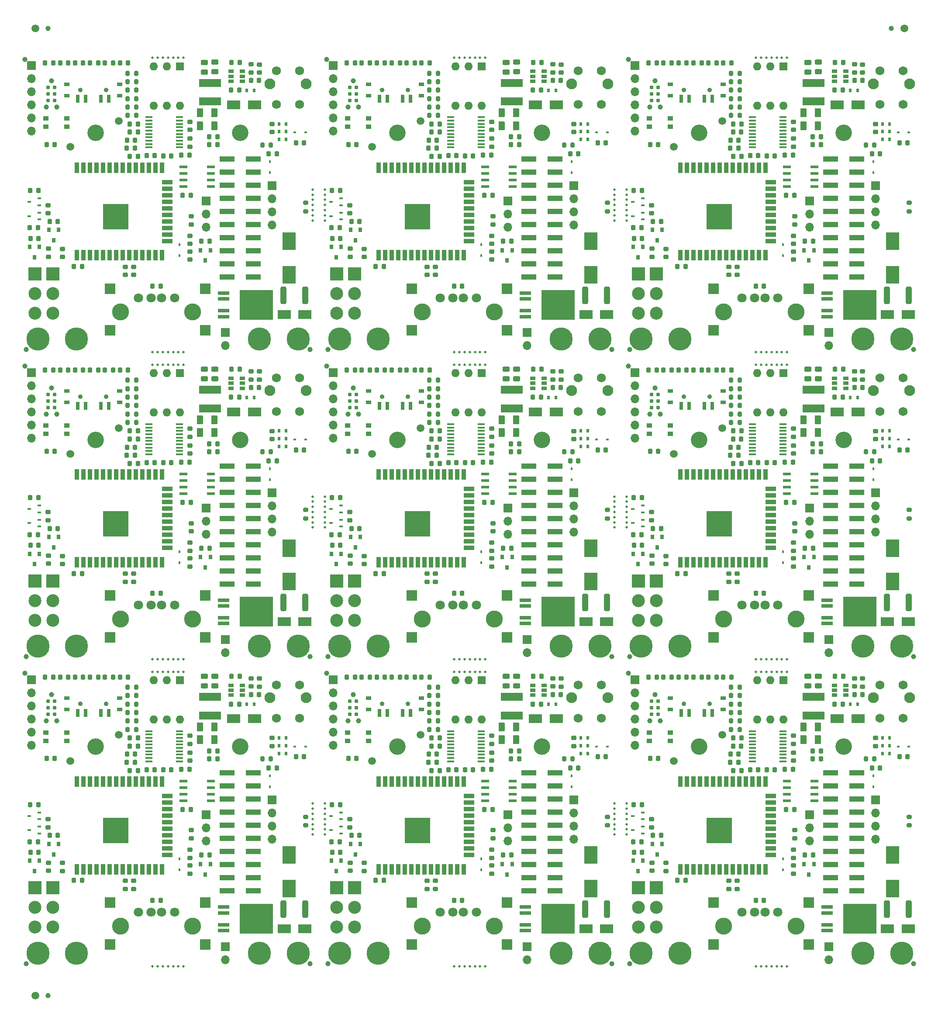
<source format=gts>
%TF.GenerationSoftware,KiCad,Pcbnew,(6.0.6)*%
%TF.CreationDate,2022-07-06T10:55:58+02:00*%
%TF.ProjectId,panel,70616e65-6c2e-46b6-9963-61645f706362,3.0*%
%TF.SameCoordinates,PXe4e1c0PYe4e1c0*%
%TF.FileFunction,Soldermask,Top*%
%TF.FilePolarity,Negative*%
%FSLAX46Y46*%
G04 Gerber Fmt 4.6, Leading zero omitted, Abs format (unit mm)*
G04 Created by KiCad (PCBNEW (6.0.6)) date 2022-07-06 10:55:58*
%MOMM*%
%LPD*%
G01*
G04 APERTURE LIST*
G04 Aperture macros list*
%AMRoundRect*
0 Rectangle with rounded corners*
0 $1 Rounding radius*
0 $2 $3 $4 $5 $6 $7 $8 $9 X,Y pos of 4 corners*
0 Add a 4 corners polygon primitive as box body*
4,1,4,$2,$3,$4,$5,$6,$7,$8,$9,$2,$3,0*
0 Add four circle primitives for the rounded corners*
1,1,$1+$1,$2,$3*
1,1,$1+$1,$4,$5*
1,1,$1+$1,$6,$7*
1,1,$1+$1,$8,$9*
0 Add four rect primitives between the rounded corners*
20,1,$1+$1,$2,$3,$4,$5,0*
20,1,$1+$1,$4,$5,$6,$7,0*
20,1,$1+$1,$6,$7,$8,$9,0*
20,1,$1+$1,$8,$9,$2,$3,0*%
G04 Aperture macros list end*
%ADD10R,0.700000X0.450000*%
%ADD11C,0.900000*%
%ADD12R,1.000000X0.800000*%
%ADD13R,0.700000X1.500000*%
%ADD14C,0.500000*%
%ADD15RoundRect,0.218750X0.218750X0.256250X-0.218750X0.256250X-0.218750X-0.256250X0.218750X-0.256250X0*%
%ADD16RoundRect,0.200000X0.275000X-0.200000X0.275000X0.200000X-0.275000X0.200000X-0.275000X-0.200000X0*%
%ADD17C,3.200000*%
%ADD18RoundRect,0.218750X-0.256250X0.218750X-0.256250X-0.218750X0.256250X-0.218750X0.256250X0.218750X0*%
%ADD19R,2.500000X3.500000*%
%ADD20R,2.000000X2.000000*%
%ADD21R,1.000000X0.900000*%
%ADD22RoundRect,0.218750X-0.218750X-0.256250X0.218750X-0.256250X0.218750X0.256250X-0.218750X0.256250X0*%
%ADD23RoundRect,0.200000X-0.200000X-0.275000X0.200000X-0.275000X0.200000X0.275000X-0.200000X0.275000X0*%
%ADD24C,0.990600*%
%ADD25C,0.787400*%
%ADD26R,1.060000X0.650000*%
%ADD27R,1.600000X1.600000*%
%ADD28O,1.600000X1.600000*%
%ADD29R,1.700000X1.700000*%
%ADD30O,1.700000X1.700000*%
%ADD31RoundRect,0.218750X0.256250X-0.218750X0.256250X0.218750X-0.256250X0.218750X-0.256250X-0.218750X0*%
%ADD32C,4.500880*%
%ADD33RoundRect,0.200000X0.200000X0.275000X-0.200000X0.275000X-0.200000X-0.275000X0.200000X-0.275000X0*%
%ADD34C,1.000000*%
%ADD35R,4.200000X1.500000*%
%ADD36RoundRect,0.250000X0.375000X0.625000X-0.375000X0.625000X-0.375000X-0.625000X0.375000X-0.625000X0*%
%ADD37RoundRect,0.249998X0.312502X1.450002X-0.312502X1.450002X-0.312502X-1.450002X0.312502X-1.450002X0*%
%ADD38C,1.500000*%
%ADD39RoundRect,0.243750X0.456250X-0.243750X0.456250X0.243750X-0.456250X0.243750X-0.456250X-0.243750X0*%
%ADD40R,0.600000X0.700000*%
%ADD41R,2.500000X1.800000*%
%ADD42C,2.100000*%
%ADD43C,1.750000*%
%ADD44C,1.800000*%
%ADD45C,3.300000*%
%ADD46R,0.800000X0.900000*%
%ADD47R,0.900000X2.000000*%
%ADD48R,2.000000X0.900000*%
%ADD49R,5.000000X5.000000*%
%ADD50R,2.500000X2.500000*%
%ADD51C,2.500000*%
%ADD52R,0.450000X0.600000*%
%ADD53R,1.550000X0.600000*%
%ADD54R,1.450000X0.450000*%
%ADD55R,2.200000X0.800000*%
%ADD56R,6.400000X5.800000*%
%ADD57R,3.000000X1.000000*%
%ADD58R,0.600000X0.450000*%
%ADD59RoundRect,0.225000X0.225000X0.250000X-0.225000X0.250000X-0.225000X-0.250000X0.225000X-0.250000X0*%
G04 APERTURE END LIST*
D10*
%TO.C,B2-Q2*%
X120320000Y-39540000D03*
X120320000Y-38240000D03*
X118320000Y-38890000D03*
%TD*%
D11*
%TO.C,B1-SW4*%
X74750000Y-14420000D03*
D12*
X67100000Y-15530000D03*
X77400000Y-13320000D03*
X77400000Y-15530000D03*
D11*
X69750000Y-14420000D03*
D12*
X67100000Y-13320000D03*
D13*
X75250000Y-16180000D03*
X73750000Y-16180000D03*
X70750000Y-16180000D03*
X69250000Y-16180000D03*
%TD*%
D14*
%TO.C,REF\u002A\u002A*%
X25250000Y-127200000D03*
%TD*%
D15*
%TO.C,B2-D7*%
X128787500Y-9250000D03*
X127212500Y-9250000D03*
%TD*%
D16*
%TO.C,B1-R28*%
X113410000Y-37985000D03*
X113410000Y-36335000D03*
%TD*%
D17*
%TO.C,B8-MK2*%
X159250000Y-141750000D03*
%TD*%
D15*
%TO.C,B0-D7*%
X11787500Y-9250000D03*
X10212500Y-9250000D03*
%TD*%
D18*
%TO.C,B2-R3*%
X136950000Y-48712500D03*
X136950000Y-50287500D03*
%TD*%
D19*
%TO.C,B7-C6*%
X110250000Y-169250000D03*
X110250000Y-162750000D03*
%TD*%
D20*
%TO.C,B6-U5*%
X35500000Y-180060000D03*
X35500000Y-171940000D03*
X17000000Y-180060000D03*
X17000000Y-171940000D03*
%TD*%
D18*
%TO.C,B8-R3*%
X136950000Y-167712500D03*
X136950000Y-169287500D03*
%TD*%
D14*
%TO.C,REF\u002A\u002A*%
X25250000Y-65300000D03*
%TD*%
D21*
%TO.C,B4-SW1*%
X67130000Y-79470000D03*
X63030000Y-79470000D03*
X63030000Y-81070000D03*
X67130000Y-81070000D03*
%TD*%
D22*
%TO.C,B5-R31*%
X142212500Y-112000000D03*
X143787500Y-112000000D03*
%TD*%
D14*
%TO.C,REF\u002A\u002A*%
X30250000Y-8200000D03*
%TD*%
%TO.C,REF\u002A\u002A*%
X58700000Y-34750000D03*
%TD*%
D15*
%TO.C,B6-R23*%
X22397500Y-140030000D03*
X20822500Y-140030000D03*
%TD*%
D23*
%TO.C,B2-R38*%
X137415000Y-14482000D03*
X139065000Y-14482000D03*
%TD*%
D24*
%TO.C,B7-P1*%
X64140000Y-131660000D03*
X63124000Y-136740000D03*
X65156000Y-136740000D03*
D25*
X63505000Y-132930000D03*
X64775000Y-132930000D03*
X63505000Y-134200000D03*
X64775000Y-134200000D03*
X63505000Y-135470000D03*
X64775000Y-135470000D03*
%TD*%
D22*
%TO.C,B4-R8*%
X111562500Y-84200000D03*
X113137500Y-84200000D03*
%TD*%
D15*
%TO.C,B8-D8*%
X131687500Y-128250000D03*
X130112500Y-128250000D03*
%TD*%
D18*
%TO.C,B1-R19*%
X66290000Y-45262500D03*
X66290000Y-46837500D03*
%TD*%
D26*
%TO.C,B3-U3*%
X42650000Y-72250000D03*
X42650000Y-71300000D03*
X42650000Y-70350000D03*
X40450000Y-70350000D03*
X40450000Y-71300000D03*
X40450000Y-72250000D03*
%TD*%
D14*
%TO.C,REF\u002A\u002A*%
X142250000Y-8200000D03*
%TD*%
D27*
%TO.C,B7-SW2*%
X89060000Y-128860000D03*
D28*
X86520000Y-128860000D03*
X83980000Y-128860000D03*
X83980000Y-136480000D03*
X86520000Y-136480000D03*
X89060000Y-136480000D03*
%TD*%
D22*
%TO.C,B6-R16*%
X36262500Y-142550000D03*
X37837500Y-142550000D03*
%TD*%
D29*
%TO.C,B0-J5*%
X39325000Y-61450000D03*
D30*
X39325000Y-63990000D03*
%TD*%
D18*
%TO.C,B6-C21*%
X32500000Y-142862500D03*
X32500000Y-144437500D03*
%TD*%
D22*
%TO.C,B5-R6*%
X118532500Y-93460000D03*
X120107500Y-93460000D03*
%TD*%
D31*
%TO.C,B5-R1*%
X165390000Y-82127500D03*
X165390000Y-80552500D03*
%TD*%
D32*
%TO.C,B6-J13*%
X53500000Y-181750000D03*
%TD*%
D33*
%TO.C,B5-R37*%
X139065000Y-72346000D03*
X137415000Y-72346000D03*
%TD*%
D34*
%TO.C,B0-FID2*%
X55750000Y-64750000D03*
%TD*%
D22*
%TO.C,B5-R18*%
X118572500Y-102720000D03*
X120147500Y-102720000D03*
%TD*%
D15*
%TO.C,B2-D5*%
X122987500Y-9250000D03*
X121412500Y-9250000D03*
%TD*%
D35*
%TO.C,B3-L1*%
X36400000Y-76175000D03*
X36400000Y-72575000D03*
%TD*%
D36*
%TO.C,B5-C4*%
X154250000Y-80875000D03*
X151450000Y-80875000D03*
%TD*%
D14*
%TO.C,REF\u002A\u002A*%
X83750000Y-124800000D03*
%TD*%
%TO.C,REF\u002A\u002A*%
X117200000Y-152750000D03*
%TD*%
D37*
%TO.C,B8-F1*%
X171887500Y-173250000D03*
X167612500Y-173250000D03*
%TD*%
D27*
%TO.C,B6-SW2*%
X30560000Y-128860000D03*
D28*
X28020000Y-128860000D03*
X25480000Y-128860000D03*
X25480000Y-136480000D03*
X28020000Y-136480000D03*
X30560000Y-136480000D03*
%TD*%
D14*
%TO.C,REF\u002A\u002A*%
X114800000Y-99250000D03*
%TD*%
D15*
%TO.C,B7-R15*%
X96337500Y-144050000D03*
X94762500Y-144050000D03*
%TD*%
D38*
%TO.C,B5-J11*%
X126300000Y-85000000D03*
%TD*%
D22*
%TO.C,B0-R16*%
X36262500Y-23550000D03*
X37837500Y-23550000D03*
%TD*%
D36*
%TO.C,B8-C4*%
X154250000Y-140375000D03*
X151450000Y-140375000D03*
%TD*%
D15*
%TO.C,B6-D8*%
X14687500Y-128250000D03*
X13112500Y-128250000D03*
%TD*%
D14*
%TO.C,REF\u002A\u002A*%
X89750000Y-124800000D03*
%TD*%
%TO.C,REF\u002A\u002A*%
X84750000Y-184300000D03*
%TD*%
D15*
%TO.C,B1-D9*%
X76087500Y-9250000D03*
X74512500Y-9250000D03*
%TD*%
D39*
%TO.C,B6-C9*%
X37350000Y-129937500D03*
X37350000Y-128062500D03*
%TD*%
D29*
%TO.C,B1-J1*%
X60250000Y-9750000D03*
D30*
X60250000Y-12290000D03*
X60250000Y-14830000D03*
X60250000Y-17370000D03*
X60250000Y-19910000D03*
X60250000Y-22450000D03*
%TD*%
D40*
%TO.C,B5-D1*%
X166740000Y-80540000D03*
X168140000Y-80540000D03*
%TD*%
D15*
%TO.C,B4-C2*%
X70075000Y-108150000D03*
X68500000Y-108150000D03*
%TD*%
D22*
%TO.C,B1-C26*%
X99062500Y-9100000D03*
X100637500Y-9100000D03*
%TD*%
D36*
%TO.C,B3-C5*%
X37250000Y-78375000D03*
X34450000Y-78375000D03*
%TD*%
D22*
%TO.C,B1-C1*%
X59952500Y-41130000D03*
X61527500Y-41130000D03*
%TD*%
%TO.C,B6-R6*%
X1532500Y-152960000D03*
X3107500Y-152960000D03*
%TD*%
D41*
%TO.C,B4-D11*%
X113250000Y-117500000D03*
X109250000Y-117500000D03*
%TD*%
D15*
%TO.C,B1-C7*%
X100537500Y-14500000D03*
X98962500Y-14500000D03*
%TD*%
%TO.C,B0-C22*%
X21862500Y-24190000D03*
X20287500Y-24190000D03*
%TD*%
D42*
%TO.C,B8-SW3*%
X164990000Y-132240000D03*
X172000000Y-132240000D03*
D43*
X166240000Y-136250000D03*
X166240000Y-129750000D03*
X170740000Y-129750000D03*
X170740000Y-136250000D03*
%TD*%
D36*
%TO.C,B2-C4*%
X154250000Y-21375000D03*
X151450000Y-21375000D03*
%TD*%
D44*
%TO.C,B7-J9*%
X81000000Y-173790000D03*
X83500000Y-173790000D03*
X85500000Y-173790000D03*
X88000000Y-173790000D03*
D45*
X77500000Y-176500000D03*
X91500000Y-176500000D03*
%TD*%
D22*
%TO.C,B8-R6*%
X118532500Y-152960000D03*
X120107500Y-152960000D03*
%TD*%
D14*
%TO.C,REF\u002A\u002A*%
X56300000Y-95250000D03*
%TD*%
D18*
%TO.C,B6-C8*%
X45925000Y-128512500D03*
X45925000Y-130087500D03*
%TD*%
D40*
%TO.C,B4-D12*%
X102025000Y-74025000D03*
X103425000Y-74025000D03*
%TD*%
D46*
%TO.C,B5-Q5*%
X120310000Y-104350000D03*
X118410000Y-104350000D03*
X119360000Y-106350000D03*
%TD*%
D47*
%TO.C,B8-U1*%
X127595000Y-165500000D03*
X128865000Y-165500000D03*
X130135000Y-165500000D03*
X131405000Y-165500000D03*
X132675000Y-165500000D03*
X133945000Y-165500000D03*
X135215000Y-165500000D03*
X136485000Y-165500000D03*
X137755000Y-165500000D03*
X139025000Y-165500000D03*
X140295000Y-165500000D03*
X141565000Y-165500000D03*
X142835000Y-165500000D03*
X144105000Y-165500000D03*
D48*
X145105000Y-162715000D03*
X145105000Y-161445000D03*
X145105000Y-160175000D03*
X145105000Y-158905000D03*
X145105000Y-157635000D03*
X145105000Y-156365000D03*
X145105000Y-155095000D03*
X145105000Y-153825000D03*
X145105000Y-152555000D03*
X145105000Y-151285000D03*
D47*
X144105000Y-148500000D03*
X142835000Y-148500000D03*
X141565000Y-148500000D03*
X140295000Y-148500000D03*
X139025000Y-148500000D03*
X137755000Y-148500000D03*
X136485000Y-148500000D03*
X135215000Y-148500000D03*
X133945000Y-148500000D03*
X132675000Y-148500000D03*
X131405000Y-148500000D03*
X130135000Y-148500000D03*
X128865000Y-148500000D03*
X127595000Y-148500000D03*
D49*
X135095000Y-158000000D03*
%TD*%
D50*
%TO.C,B7-J8*%
X64450000Y-169090000D03*
D51*
X64450000Y-172900000D03*
X64450000Y-176710000D03*
%TD*%
D14*
%TO.C,REF\u002A\u002A*%
X88750000Y-8200000D03*
%TD*%
D22*
%TO.C,B6-R17*%
X5282500Y-158940000D03*
X6857500Y-158940000D03*
%TD*%
D17*
%TO.C,B5-MK1*%
X131250000Y-82250000D03*
%TD*%
D42*
%TO.C,B5-SW3*%
X164990000Y-72740000D03*
X172000000Y-72740000D03*
D43*
X166240000Y-76750000D03*
X166240000Y-70250000D03*
X170740000Y-76750000D03*
X170740000Y-70250000D03*
%TD*%
D38*
%TO.C,B7-J2*%
X77200000Y-139450000D03*
%TD*%
D50*
%TO.C,B2-J8*%
X122950000Y-50090000D03*
D51*
X122950000Y-53900000D03*
X122950000Y-57710000D03*
%TD*%
D31*
%TO.C,B6-R22*%
X32500000Y-163287500D03*
X32500000Y-161712500D03*
%TD*%
%TO.C,B1-R20*%
X63570000Y-46777500D03*
X63570000Y-45202500D03*
%TD*%
D14*
%TO.C,REF\u002A\u002A*%
X86750000Y-127200000D03*
%TD*%
D31*
%TO.C,B8-C23*%
X149500000Y-141187500D03*
X149500000Y-139612500D03*
%TD*%
D39*
%TO.C,B5-C9*%
X154350000Y-70437500D03*
X154350000Y-68562500D03*
%TD*%
D52*
%TO.C,B1-D13*%
X89000000Y-46550000D03*
X89000000Y-44450000D03*
%TD*%
D46*
%TO.C,B3-Q6*%
X36450000Y-105000000D03*
X34550000Y-105000000D03*
X35500000Y-107000000D03*
%TD*%
D31*
%TO.C,B5-C23*%
X149500000Y-81687500D03*
X149500000Y-80112500D03*
%TD*%
D36*
%TO.C,B2-C5*%
X154250000Y-18875000D03*
X151450000Y-18875000D03*
%TD*%
D34*
%TO.C,B6-FID1*%
X750000Y-183750000D03*
%TD*%
D14*
%TO.C,REF\u002A\u002A*%
X58700000Y-35750000D03*
%TD*%
%TO.C,REF\u002A\u002A*%
X30250000Y-184300000D03*
%TD*%
%TO.C,REF\u002A\u002A*%
X142250000Y-124800000D03*
%TD*%
D15*
%TO.C,B6-R15*%
X37837500Y-144050000D03*
X36262500Y-144050000D03*
%TD*%
D46*
%TO.C,B5-Q4*%
X124020000Y-101090000D03*
X122120000Y-101090000D03*
X123070000Y-103090000D03*
%TD*%
D14*
%TO.C,REF\u002A\u002A*%
X83750000Y-67700000D03*
%TD*%
D53*
%TO.C,B8-U2*%
X153600000Y-152205000D03*
X153600000Y-150935000D03*
X153600000Y-149665000D03*
X153600000Y-148395000D03*
X148200000Y-148395000D03*
X148200000Y-149665000D03*
X148200000Y-150935000D03*
X148200000Y-152205000D03*
%TD*%
D15*
%TO.C,B4-C7*%
X100537500Y-74000000D03*
X98962500Y-74000000D03*
%TD*%
D22*
%TO.C,B8-R25*%
X144322500Y-146210000D03*
X145897500Y-146210000D03*
%TD*%
D31*
%TO.C,B1-R12*%
X91000000Y-47325000D03*
X91000000Y-45750000D03*
%TD*%
D15*
%TO.C,B2-C2*%
X128575000Y-48650000D03*
X127000000Y-48650000D03*
%TD*%
D14*
%TO.C,REF\u002A\u002A*%
X117200000Y-36750000D03*
%TD*%
D15*
%TO.C,B5-C22*%
X138862500Y-83690000D03*
X137287500Y-83690000D03*
%TD*%
D22*
%TO.C,B4-R16*%
X94762500Y-83050000D03*
X96337500Y-83050000D03*
%TD*%
D10*
%TO.C,B4-Q1*%
X61820000Y-96290000D03*
X61820000Y-94990000D03*
X59820000Y-95640000D03*
%TD*%
D39*
%TO.C,B2-C9*%
X154350000Y-10937500D03*
X154350000Y-9062500D03*
%TD*%
D14*
%TO.C,REF\u002A\u002A*%
X83750000Y-8200000D03*
%TD*%
D33*
%TO.C,B1-R32*%
X106685000Y-25090000D03*
X105035000Y-25090000D03*
%TD*%
D11*
%TO.C,B4-SW4*%
X74750000Y-73920000D03*
D12*
X77400000Y-72820000D03*
D11*
X69750000Y-73920000D03*
D12*
X67100000Y-72820000D03*
X67100000Y-75030000D03*
X77400000Y-75030000D03*
D13*
X75250000Y-75680000D03*
X73750000Y-75680000D03*
X70750000Y-75680000D03*
X69250000Y-75680000D03*
%TD*%
D22*
%TO.C,B6-R11*%
X30812500Y-146100000D03*
X32387500Y-146100000D03*
%TD*%
D14*
%TO.C,REF\u002A\u002A*%
X117200000Y-154750000D03*
%TD*%
D23*
%TO.C,B6-R35*%
X20415000Y-135118000D03*
X22065000Y-135118000D03*
%TD*%
D22*
%TO.C,B3-R16*%
X36262500Y-83050000D03*
X37837500Y-83050000D03*
%TD*%
D31*
%TO.C,B5-R12*%
X149500000Y-106825000D03*
X149500000Y-105250000D03*
%TD*%
D14*
%TO.C,REF\u002A\u002A*%
X88750000Y-124800000D03*
%TD*%
D16*
%TO.C,B4-R28*%
X113410000Y-97485000D03*
X113410000Y-95835000D03*
%TD*%
D14*
%TO.C,REF\u002A\u002A*%
X28250000Y-8200000D03*
%TD*%
D32*
%TO.C,B3-J14*%
X46000000Y-122250000D03*
%TD*%
D33*
%TO.C,B7-R37*%
X80565000Y-131846000D03*
X78915000Y-131846000D03*
%TD*%
%TO.C,B2-R37*%
X139065000Y-12846000D03*
X137415000Y-12846000D03*
%TD*%
D23*
%TO.C,B0-R35*%
X20415000Y-16118000D03*
X22065000Y-16118000D03*
%TD*%
D12*
%TO.C,B7-SW4*%
X67100000Y-134530000D03*
D11*
X74750000Y-133420000D03*
D12*
X77400000Y-134530000D03*
X77400000Y-132320000D03*
X67100000Y-132320000D03*
D11*
X69750000Y-133420000D03*
D13*
X75250000Y-135180000D03*
X73750000Y-135180000D03*
X70750000Y-135180000D03*
X69250000Y-135180000D03*
%TD*%
D18*
%TO.C,B2-R19*%
X124790000Y-45262500D03*
X124790000Y-46837500D03*
%TD*%
D22*
%TO.C,B8-R18*%
X118572500Y-162220000D03*
X120147500Y-162220000D03*
%TD*%
D14*
%TO.C,REF\u002A\u002A*%
X56300000Y-96250000D03*
%TD*%
D27*
%TO.C,B0-SW2*%
X30560000Y-9860000D03*
D28*
X28020000Y-9860000D03*
X25480000Y-9860000D03*
X25480000Y-17480000D03*
X28020000Y-17480000D03*
X30560000Y-17480000D03*
%TD*%
D22*
%TO.C,B0-C26*%
X40562500Y-9100000D03*
X42137500Y-9100000D03*
%TD*%
D14*
%TO.C,REF\u002A\u002A*%
X85750000Y-184300000D03*
%TD*%
D22*
%TO.C,B0-C1*%
X1452500Y-41130000D03*
X3027500Y-41130000D03*
%TD*%
D27*
%TO.C,B5-SW2*%
X147560000Y-69360000D03*
D28*
X145020000Y-69360000D03*
X142480000Y-69360000D03*
X142480000Y-76980000D03*
X145020000Y-76980000D03*
X147560000Y-76980000D03*
%TD*%
D14*
%TO.C,REF\u002A\u002A*%
X30250000Y-124800000D03*
%TD*%
D36*
%TO.C,B4-C5*%
X95750000Y-78375000D03*
X92950000Y-78375000D03*
%TD*%
D54*
%TO.C,B7-U7*%
X83050000Y-138725000D03*
X83050000Y-139375000D03*
X83050000Y-140025000D03*
X83050000Y-140675000D03*
X83050000Y-141325000D03*
X83050000Y-141975000D03*
X83050000Y-142625000D03*
X83050000Y-143275000D03*
X83050000Y-143925000D03*
X83050000Y-144575000D03*
X88950000Y-144575000D03*
X88950000Y-143925000D03*
X88950000Y-143275000D03*
X88950000Y-142625000D03*
X88950000Y-141975000D03*
X88950000Y-141325000D03*
X88950000Y-140675000D03*
X88950000Y-140025000D03*
X88950000Y-139375000D03*
X88950000Y-138725000D03*
%TD*%
D22*
%TO.C,B4-R11*%
X89312500Y-86600000D03*
X90887500Y-86600000D03*
%TD*%
D34*
%TO.C,B1-FID3*%
X59000000Y-8500000D03*
%TD*%
D10*
%TO.C,B8-Q1*%
X120320000Y-155790000D03*
X120320000Y-154490000D03*
X118320000Y-155140000D03*
%TD*%
D22*
%TO.C,B2-R27*%
X137832500Y-27360000D03*
X139407500Y-27360000D03*
%TD*%
D34*
%TO.C,B5-FID2*%
X172750000Y-124250000D03*
%TD*%
D22*
%TO.C,B2-R6*%
X118532500Y-33960000D03*
X120107500Y-33960000D03*
%TD*%
D31*
%TO.C,B8-R1*%
X165390000Y-141627500D03*
X165390000Y-140052500D03*
%TD*%
D14*
%TO.C,REF\u002A\u002A*%
X58700000Y-39750000D03*
%TD*%
%TO.C,REF\u002A\u002A*%
X85750000Y-65300000D03*
%TD*%
D22*
%TO.C,B3-R21*%
X34712500Y-103250000D03*
X36287500Y-103250000D03*
%TD*%
%TO.C,B5-R10*%
X161337500Y-72125000D03*
X162912500Y-72125000D03*
%TD*%
D42*
%TO.C,B4-SW3*%
X113500000Y-72740000D03*
X106490000Y-72740000D03*
D43*
X107740000Y-76750000D03*
X107740000Y-70250000D03*
X112240000Y-76750000D03*
X112240000Y-70250000D03*
%TD*%
D15*
%TO.C,B7-D9*%
X76087500Y-128250000D03*
X74512500Y-128250000D03*
%TD*%
%TO.C,B7-R23*%
X80897500Y-140030000D03*
X79322500Y-140030000D03*
%TD*%
D32*
%TO.C,B4-J15*%
X69000000Y-122250000D03*
%TD*%
D22*
%TO.C,B4-R6*%
X60032500Y-93460000D03*
X61607500Y-93460000D03*
%TD*%
D31*
%TO.C,B2-R22*%
X149500000Y-44287500D03*
X149500000Y-42712500D03*
%TD*%
D15*
%TO.C,B3-D5*%
X5987500Y-68750000D03*
X4412500Y-68750000D03*
%TD*%
D31*
%TO.C,B0-R22*%
X32500000Y-44287500D03*
X32500000Y-42712500D03*
%TD*%
D44*
%TO.C,B6-J9*%
X22500000Y-173790000D03*
X25000000Y-173790000D03*
X27000000Y-173790000D03*
X29500000Y-173790000D03*
D45*
X19000000Y-176500000D03*
X33000000Y-176500000D03*
%TD*%
D22*
%TO.C,B6-R8*%
X53062500Y-143700000D03*
X54637500Y-143700000D03*
%TD*%
D19*
%TO.C,B2-C6*%
X168750000Y-50250000D03*
X168750000Y-43750000D03*
%TD*%
D14*
%TO.C,REF\u002A\u002A*%
X114800000Y-157750000D03*
%TD*%
D10*
%TO.C,B5-Q2*%
X120320000Y-99040000D03*
X120320000Y-97740000D03*
X118320000Y-98390000D03*
%TD*%
D29*
%TO.C,B8-J4*%
X165450000Y-152000000D03*
D30*
X165450000Y-154540000D03*
X165450000Y-157080000D03*
X165450000Y-159620000D03*
%TD*%
D50*
%TO.C,B1-J7*%
X60950000Y-50090000D03*
D51*
X60950000Y-53900000D03*
X60950000Y-57710000D03*
%TD*%
D14*
%TO.C,REF\u002A\u002A*%
X145250000Y-8200000D03*
%TD*%
D27*
%TO.C,B4-SW2*%
X89060000Y-69360000D03*
D28*
X86520000Y-69360000D03*
X83980000Y-69360000D03*
X83980000Y-76980000D03*
X86520000Y-76980000D03*
X89060000Y-76980000D03*
%TD*%
D50*
%TO.C,B8-J8*%
X122950000Y-169090000D03*
D51*
X122950000Y-172900000D03*
X122950000Y-176710000D03*
%TD*%
D33*
%TO.C,B1-R33*%
X80565000Y-17754000D03*
X78915000Y-17754000D03*
%TD*%
D38*
%TO.C,B3-J2*%
X18700000Y-79950000D03*
%TD*%
D55*
%TO.C,B4-U4*%
X97540000Y-113310000D03*
X97540000Y-114450000D03*
D56*
X103840000Y-115590000D03*
D55*
X97540000Y-116730000D03*
X97540000Y-117870000D03*
%TD*%
D41*
%TO.C,B0-D11*%
X54750000Y-58000000D03*
X50750000Y-58000000D03*
%TD*%
D14*
%TO.C,REF\u002A\u002A*%
X87750000Y-184300000D03*
%TD*%
D31*
%TO.C,B1-C23*%
X91000000Y-22187500D03*
X91000000Y-20612500D03*
%TD*%
D52*
%TO.C,B2-D13*%
X147500000Y-46550000D03*
X147500000Y-44450000D03*
%TD*%
D46*
%TO.C,B7-Q6*%
X94950000Y-164500000D03*
X93050000Y-164500000D03*
X94000000Y-166500000D03*
%TD*%
D14*
%TO.C,REF\u002A\u002A*%
X25250000Y-184300000D03*
%TD*%
D15*
%TO.C,B1-C24*%
X80887500Y-22600000D03*
X79312500Y-22600000D03*
%TD*%
D14*
%TO.C,REF\u002A\u002A*%
X56300000Y-35750000D03*
%TD*%
%TO.C,REF\u002A\u002A*%
X58700000Y-153750000D03*
%TD*%
D24*
%TO.C,B5-P1*%
X122640000Y-72160000D03*
X123656000Y-77240000D03*
X121624000Y-77240000D03*
D25*
X122005000Y-73430000D03*
X123275000Y-73430000D03*
X122005000Y-74700000D03*
X123275000Y-74700000D03*
X122005000Y-75970000D03*
X123275000Y-75970000D03*
%TD*%
D34*
%TO.C,B3-FID1*%
X750000Y-124250000D03*
%TD*%
D50*
%TO.C,B0-J7*%
X2450000Y-50090000D03*
D51*
X2450000Y-53900000D03*
X2450000Y-57710000D03*
%TD*%
D54*
%TO.C,B0-U7*%
X24550000Y-19725000D03*
X24550000Y-20375000D03*
X24550000Y-21025000D03*
X24550000Y-21675000D03*
X24550000Y-22325000D03*
X24550000Y-22975000D03*
X24550000Y-23625000D03*
X24550000Y-24275000D03*
X24550000Y-24925000D03*
X24550000Y-25575000D03*
X30450000Y-25575000D03*
X30450000Y-24925000D03*
X30450000Y-24275000D03*
X30450000Y-23625000D03*
X30450000Y-22975000D03*
X30450000Y-22325000D03*
X30450000Y-21675000D03*
X30450000Y-21025000D03*
X30450000Y-20375000D03*
X30450000Y-19725000D03*
%TD*%
D22*
%TO.C,B6-R31*%
X25212500Y-171500000D03*
X26787500Y-171500000D03*
%TD*%
%TO.C,B3-R18*%
X1572500Y-102720000D03*
X3147500Y-102720000D03*
%TD*%
D23*
%TO.C,B8-R38*%
X137415000Y-133482000D03*
X139065000Y-133482000D03*
%TD*%
D40*
%TO.C,B7-D15*%
X108250000Y-143060000D03*
X109650000Y-143060000D03*
%TD*%
D36*
%TO.C,B0-C5*%
X37250000Y-18875000D03*
X34450000Y-18875000D03*
%TD*%
D14*
%TO.C,REF\u002A\u002A*%
X84750000Y-127200000D03*
%TD*%
%TO.C,REF\u002A\u002A*%
X56300000Y-152750000D03*
%TD*%
D31*
%TO.C,B1-R7*%
X91280000Y-40497500D03*
X91280000Y-38922500D03*
%TD*%
D29*
%TO.C,B4-J4*%
X106950000Y-92500000D03*
D30*
X106950000Y-95040000D03*
X106950000Y-97580000D03*
X106950000Y-100120000D03*
%TD*%
D57*
%TO.C,B1-J3*%
X98230000Y-50680000D03*
X103270000Y-50680000D03*
X98230000Y-48140000D03*
X103270000Y-48140000D03*
X98230000Y-45600000D03*
X103270000Y-45600000D03*
X98230000Y-43060000D03*
X103270000Y-43060000D03*
X98230000Y-40520000D03*
X103270000Y-40520000D03*
X98230000Y-37980000D03*
X103270000Y-37980000D03*
X98230000Y-35440000D03*
X103270000Y-35440000D03*
X98230000Y-32900000D03*
X103270000Y-32900000D03*
X98230000Y-30360000D03*
X103270000Y-30360000D03*
X98230000Y-27820000D03*
X103270000Y-27820000D03*
%TD*%
D15*
%TO.C,B2-C7*%
X159037500Y-14500000D03*
X157462500Y-14500000D03*
%TD*%
D47*
%TO.C,B4-U1*%
X69095000Y-106000000D03*
X70365000Y-106000000D03*
X71635000Y-106000000D03*
X72905000Y-106000000D03*
X74175000Y-106000000D03*
X75445000Y-106000000D03*
X76715000Y-106000000D03*
X77985000Y-106000000D03*
X79255000Y-106000000D03*
X80525000Y-106000000D03*
X81795000Y-106000000D03*
X83065000Y-106000000D03*
X84335000Y-106000000D03*
X85605000Y-106000000D03*
D48*
X86605000Y-103215000D03*
X86605000Y-101945000D03*
X86605000Y-100675000D03*
X86605000Y-99405000D03*
X86605000Y-98135000D03*
X86605000Y-96865000D03*
X86605000Y-95595000D03*
X86605000Y-94325000D03*
X86605000Y-93055000D03*
X86605000Y-91785000D03*
D47*
X85605000Y-89000000D03*
X84335000Y-89000000D03*
X83065000Y-89000000D03*
X81795000Y-89000000D03*
X80525000Y-89000000D03*
X79255000Y-89000000D03*
X77985000Y-89000000D03*
X76715000Y-89000000D03*
X75445000Y-89000000D03*
X74175000Y-89000000D03*
X72905000Y-89000000D03*
X71635000Y-89000000D03*
X70365000Y-89000000D03*
X69095000Y-89000000D03*
D49*
X76595000Y-98500000D03*
%TD*%
D14*
%TO.C,REF\u002A\u002A*%
X117200000Y-95250000D03*
%TD*%
D18*
%TO.C,B6-R4*%
X21600000Y-167712500D03*
X21600000Y-169287500D03*
%TD*%
D14*
%TO.C,REF\u002A\u002A*%
X28250000Y-65300000D03*
%TD*%
D15*
%TO.C,B3-D6*%
X8887500Y-68750000D03*
X7312500Y-68750000D03*
%TD*%
D27*
%TO.C,B1-SW2*%
X89060000Y-9860000D03*
D28*
X86520000Y-9860000D03*
X83980000Y-9860000D03*
X83980000Y-17480000D03*
X86520000Y-17480000D03*
X89060000Y-17480000D03*
%TD*%
D15*
%TO.C,B5-R2*%
X123287500Y-84500000D03*
X121712500Y-84500000D03*
%TD*%
D38*
%TO.C,B3-J11*%
X9300000Y-85000000D03*
%TD*%
D29*
%TO.C,B8-J5*%
X156325000Y-180450000D03*
D30*
X156325000Y-182990000D03*
%TD*%
D15*
%TO.C,B8-D9*%
X134587500Y-128250000D03*
X133012500Y-128250000D03*
%TD*%
D29*
%TO.C,B0-J6*%
X35650000Y-35950000D03*
D30*
X35650000Y-38490000D03*
X35650000Y-41030000D03*
%TD*%
D12*
%TO.C,B2-SW4*%
X135900000Y-15530000D03*
X135900000Y-13320000D03*
X125600000Y-15530000D03*
X125600000Y-13320000D03*
D11*
X133250000Y-14420000D03*
X128250000Y-14420000D03*
D13*
X133750000Y-16180000D03*
X132250000Y-16180000D03*
X129250000Y-16180000D03*
X127750000Y-16180000D03*
%TD*%
D22*
%TO.C,B7-R17*%
X63782500Y-158940000D03*
X65357500Y-158940000D03*
%TD*%
D31*
%TO.C,B8-R7*%
X149780000Y-159497500D03*
X149780000Y-157922500D03*
%TD*%
D34*
%TO.C,B8-FID1*%
X117750000Y-183750000D03*
%TD*%
D21*
%TO.C,B0-SW1*%
X4530000Y-19970000D03*
X8630000Y-19970000D03*
X8630000Y-21570000D03*
X4530000Y-21570000D03*
%TD*%
D54*
%TO.C,B6-U7*%
X24550000Y-138725000D03*
X24550000Y-139375000D03*
X24550000Y-140025000D03*
X24550000Y-140675000D03*
X24550000Y-141325000D03*
X24550000Y-141975000D03*
X24550000Y-142625000D03*
X24550000Y-143275000D03*
X24550000Y-143925000D03*
X24550000Y-144575000D03*
X30450000Y-144575000D03*
X30450000Y-143925000D03*
X30450000Y-143275000D03*
X30450000Y-142625000D03*
X30450000Y-141975000D03*
X30450000Y-141325000D03*
X30450000Y-140675000D03*
X30450000Y-140025000D03*
X30450000Y-139375000D03*
X30450000Y-138725000D03*
%TD*%
D22*
%TO.C,B3-R8*%
X53062500Y-84200000D03*
X54637500Y-84200000D03*
%TD*%
D42*
%TO.C,B7-SW3*%
X106490000Y-132240000D03*
X113500000Y-132240000D03*
D43*
X107740000Y-136250000D03*
X107740000Y-129750000D03*
X112240000Y-136250000D03*
X112240000Y-129750000D03*
%TD*%
D32*
%TO.C,B2-J15*%
X127500000Y-62750000D03*
%TD*%
D14*
%TO.C,REF\u002A\u002A*%
X114800000Y-156750000D03*
%TD*%
D52*
%TO.C,B3-D14*%
X47970000Y-89960000D03*
X47970000Y-87860000D03*
%TD*%
D58*
%TO.C,B1-D2*%
X111300000Y-22700000D03*
X113400000Y-22700000D03*
%TD*%
D39*
%TO.C,B4-C10*%
X93800000Y-70462500D03*
X93800000Y-68587500D03*
%TD*%
D23*
%TO.C,B3-R36*%
X20415000Y-70710000D03*
X22065000Y-70710000D03*
%TD*%
D53*
%TO.C,B5-U2*%
X153600000Y-92705000D03*
X153600000Y-91435000D03*
X153600000Y-90165000D03*
X153600000Y-88895000D03*
X148200000Y-88895000D03*
X148200000Y-90165000D03*
X148200000Y-91435000D03*
X148200000Y-92705000D03*
%TD*%
D29*
%TO.C,B8-J1*%
X118750000Y-128750000D03*
D30*
X118750000Y-131290000D03*
X118750000Y-133830000D03*
X118750000Y-136370000D03*
X118750000Y-138910000D03*
X118750000Y-141450000D03*
%TD*%
D40*
%TO.C,B8-D1*%
X166740000Y-140040000D03*
X168140000Y-140040000D03*
%TD*%
D15*
%TO.C,B5-C2*%
X128575000Y-108150000D03*
X127000000Y-108150000D03*
%TD*%
%TO.C,B1-D5*%
X64487500Y-9250000D03*
X62912500Y-9250000D03*
%TD*%
D14*
%TO.C,REF\u002A\u002A*%
X89750000Y-67700000D03*
%TD*%
D40*
%TO.C,B0-D1*%
X49740000Y-21040000D03*
X51140000Y-21040000D03*
%TD*%
D22*
%TO.C,B5-R8*%
X170062500Y-84200000D03*
X171637500Y-84200000D03*
%TD*%
D32*
%TO.C,B1-J14*%
X104500000Y-62750000D03*
%TD*%
D23*
%TO.C,B1-R38*%
X78915000Y-14482000D03*
X80565000Y-14482000D03*
%TD*%
D33*
%TO.C,B5-R33*%
X139065000Y-77254000D03*
X137415000Y-77254000D03*
%TD*%
D22*
%TO.C,B2-R10*%
X161337500Y-12625000D03*
X162912500Y-12625000D03*
%TD*%
D19*
%TO.C,B0-C6*%
X51750000Y-50250000D03*
X51750000Y-43750000D03*
%TD*%
D15*
%TO.C,B4-R24*%
X84177500Y-86700000D03*
X82602500Y-86700000D03*
%TD*%
D14*
%TO.C,REF\u002A\u002A*%
X114800000Y-37750000D03*
%TD*%
D22*
%TO.C,B8-R8*%
X170062500Y-143700000D03*
X171637500Y-143700000D03*
%TD*%
D31*
%TO.C,B8-R22*%
X149500000Y-163287500D03*
X149500000Y-161712500D03*
%TD*%
D20*
%TO.C,B8-U5*%
X152500000Y-180060000D03*
X152500000Y-171940000D03*
X134000000Y-180060000D03*
X134000000Y-171940000D03*
%TD*%
D18*
%TO.C,B0-R5*%
X4950000Y-36772500D03*
X4950000Y-38347500D03*
%TD*%
D22*
%TO.C,B0-R8*%
X53062500Y-24700000D03*
X54637500Y-24700000D03*
%TD*%
D14*
%TO.C,REF\u002A\u002A*%
X85750000Y-67700000D03*
%TD*%
D22*
%TO.C,B0-R11*%
X30812500Y-27100000D03*
X32387500Y-27100000D03*
%TD*%
%TO.C,B5-R27*%
X137832500Y-86860000D03*
X139407500Y-86860000D03*
%TD*%
D14*
%TO.C,REF\u002A\u002A*%
X114800000Y-33750000D03*
%TD*%
D23*
%TO.C,B0-R38*%
X20415000Y-14482000D03*
X22065000Y-14482000D03*
%TD*%
D34*
%TO.C,B0-FID1*%
X750000Y-64750000D03*
%TD*%
D22*
%TO.C,B1-R16*%
X94762500Y-23550000D03*
X96337500Y-23550000D03*
%TD*%
D31*
%TO.C,B3-C23*%
X32500000Y-81687500D03*
X32500000Y-80112500D03*
%TD*%
%TO.C,B3-R12*%
X32500000Y-106825000D03*
X32500000Y-105250000D03*
%TD*%
D14*
%TO.C,REF\u002A\u002A*%
X56300000Y-97250000D03*
%TD*%
D18*
%TO.C,B3-R5*%
X4950000Y-96272500D03*
X4950000Y-97847500D03*
%TD*%
D14*
%TO.C,REF\u002A\u002A*%
X26250000Y-127200000D03*
%TD*%
D15*
%TO.C,B2-D6*%
X125887500Y-9250000D03*
X124312500Y-9250000D03*
%TD*%
D40*
%TO.C,B2-D15*%
X166750000Y-24060000D03*
X168150000Y-24060000D03*
%TD*%
D15*
%TO.C,B4-C24*%
X80887500Y-82100000D03*
X79312500Y-82100000D03*
%TD*%
D39*
%TO.C,B7-C10*%
X93800000Y-129962500D03*
X93800000Y-128087500D03*
%TD*%
D36*
%TO.C,B0-C4*%
X37250000Y-21375000D03*
X34450000Y-21375000D03*
%TD*%
D14*
%TO.C,REF\u002A\u002A*%
X114800000Y-152750000D03*
%TD*%
D26*
%TO.C,B7-U3*%
X101150000Y-131750000D03*
X101150000Y-130800000D03*
X101150000Y-129850000D03*
X98950000Y-129850000D03*
X98950000Y-130800000D03*
X98950000Y-131750000D03*
%TD*%
D18*
%TO.C,B2-C8*%
X162925000Y-9512500D03*
X162925000Y-11087500D03*
%TD*%
D22*
%TO.C,B7-R21*%
X93212500Y-162750000D03*
X94787500Y-162750000D03*
%TD*%
%TO.C,B7-R11*%
X89312500Y-146100000D03*
X90887500Y-146100000D03*
%TD*%
D50*
%TO.C,B3-J8*%
X5950000Y-109590000D03*
D51*
X5950000Y-113400000D03*
X5950000Y-117210000D03*
%TD*%
D18*
%TO.C,B1-C8*%
X104425000Y-9512500D03*
X104425000Y-11087500D03*
%TD*%
D12*
%TO.C,B5-SW4*%
X125600000Y-72820000D03*
X135900000Y-75030000D03*
D11*
X133250000Y-73920000D03*
D12*
X135900000Y-72820000D03*
X125600000Y-75030000D03*
D11*
X128250000Y-73920000D03*
D13*
X133750000Y-75680000D03*
X132250000Y-75680000D03*
X129250000Y-75680000D03*
X127750000Y-75680000D03*
%TD*%
D14*
%TO.C,REF\u002A\u002A*%
X29250000Y-65300000D03*
%TD*%
D50*
%TO.C,B5-J7*%
X119450000Y-109590000D03*
D51*
X119450000Y-113400000D03*
X119450000Y-117210000D03*
%TD*%
D18*
%TO.C,B5-C21*%
X149500000Y-83362500D03*
X149500000Y-84937500D03*
%TD*%
D15*
%TO.C,B5-D5*%
X122987500Y-68750000D03*
X121412500Y-68750000D03*
%TD*%
D52*
%TO.C,B6-D14*%
X47970000Y-149460000D03*
X47970000Y-147360000D03*
%TD*%
D18*
%TO.C,B4-R4*%
X80100000Y-108212500D03*
X80100000Y-109787500D03*
%TD*%
D15*
%TO.C,B2-D8*%
X131687500Y-9250000D03*
X130112500Y-9250000D03*
%TD*%
D18*
%TO.C,B0-R4*%
X21600000Y-48712500D03*
X21600000Y-50287500D03*
%TD*%
D22*
%TO.C,B2-C3*%
X148062500Y-34900000D03*
X149637500Y-34900000D03*
%TD*%
D34*
%TO.C,B7-FID2*%
X114250000Y-183750000D03*
%TD*%
D52*
%TO.C,B3-D13*%
X30500000Y-106050000D03*
X30500000Y-103950000D03*
%TD*%
D22*
%TO.C,B1-R27*%
X79332500Y-27360000D03*
X80907500Y-27360000D03*
%TD*%
D31*
%TO.C,B8-R20*%
X122070000Y-165777500D03*
X122070000Y-164202500D03*
%TD*%
D47*
%TO.C,B3-U1*%
X10595000Y-106000000D03*
X11865000Y-106000000D03*
X13135000Y-106000000D03*
X14405000Y-106000000D03*
X15675000Y-106000000D03*
X16945000Y-106000000D03*
X18215000Y-106000000D03*
X19485000Y-106000000D03*
X20755000Y-106000000D03*
X22025000Y-106000000D03*
X23295000Y-106000000D03*
X24565000Y-106000000D03*
X25835000Y-106000000D03*
X27105000Y-106000000D03*
D48*
X28105000Y-103215000D03*
X28105000Y-101945000D03*
X28105000Y-100675000D03*
X28105000Y-99405000D03*
X28105000Y-98135000D03*
X28105000Y-96865000D03*
X28105000Y-95595000D03*
X28105000Y-94325000D03*
X28105000Y-93055000D03*
X28105000Y-91785000D03*
D47*
X27105000Y-89000000D03*
X25835000Y-89000000D03*
X24565000Y-89000000D03*
X23295000Y-89000000D03*
X22025000Y-89000000D03*
X20755000Y-89000000D03*
X19485000Y-89000000D03*
X18215000Y-89000000D03*
X16945000Y-89000000D03*
X15675000Y-89000000D03*
X14405000Y-89000000D03*
X13135000Y-89000000D03*
X11865000Y-89000000D03*
X10595000Y-89000000D03*
D49*
X18095000Y-98500000D03*
%TD*%
D15*
%TO.C,B6-R2*%
X6287500Y-144000000D03*
X4712500Y-144000000D03*
%TD*%
D26*
%TO.C,B1-U3*%
X101150000Y-12750000D03*
X101150000Y-11800000D03*
X101150000Y-10850000D03*
X98950000Y-10850000D03*
X98950000Y-11800000D03*
X98950000Y-12750000D03*
%TD*%
D33*
%TO.C,B0-R33*%
X22065000Y-17754000D03*
X20415000Y-17754000D03*
%TD*%
D15*
%TO.C,B4-D6*%
X67387500Y-68750000D03*
X65812500Y-68750000D03*
%TD*%
D32*
%TO.C,B0-J13*%
X53500000Y-62750000D03*
%TD*%
D18*
%TO.C,B7-R3*%
X78450000Y-167712500D03*
X78450000Y-169287500D03*
%TD*%
D33*
%TO.C,B8-R37*%
X139065000Y-131846000D03*
X137415000Y-131846000D03*
%TD*%
%TO.C,B8-R33*%
X139065000Y-136754000D03*
X137415000Y-136754000D03*
%TD*%
D22*
%TO.C,B5-R11*%
X147812500Y-86600000D03*
X149387500Y-86600000D03*
%TD*%
%TO.C,B7-R31*%
X83712500Y-171500000D03*
X85287500Y-171500000D03*
%TD*%
D15*
%TO.C,B3-R2*%
X6287500Y-84500000D03*
X4712500Y-84500000D03*
%TD*%
D20*
%TO.C,B2-U5*%
X152500000Y-61060000D03*
X152500000Y-52940000D03*
X134000000Y-61060000D03*
X134000000Y-52940000D03*
%TD*%
D41*
%TO.C,B3-D11*%
X54750000Y-117500000D03*
X50750000Y-117500000D03*
%TD*%
D39*
%TO.C,B1-C10*%
X93800000Y-10962500D03*
X93800000Y-9087500D03*
%TD*%
D22*
%TO.C,B1-R8*%
X111562500Y-24700000D03*
X113137500Y-24700000D03*
%TD*%
D21*
%TO.C,B7-SW1*%
X63030000Y-138970000D03*
X67130000Y-138970000D03*
X63030000Y-140570000D03*
X67130000Y-140570000D03*
%TD*%
D19*
%TO.C,B1-C6*%
X110250000Y-50250000D03*
X110250000Y-43750000D03*
%TD*%
D14*
%TO.C,REF\u002A\u002A*%
X56300000Y-158750000D03*
%TD*%
D22*
%TO.C,B0-R18*%
X1572500Y-43220000D03*
X3147500Y-43220000D03*
%TD*%
D14*
%TO.C,REF\u002A\u002A*%
X117200000Y-155750000D03*
%TD*%
%TO.C,REF\u002A\u002A*%
X114800000Y-95250000D03*
%TD*%
D17*
%TO.C,B7-MK2*%
X100750000Y-141750000D03*
%TD*%
D22*
%TO.C,B7-R6*%
X60032500Y-152960000D03*
X61607500Y-152960000D03*
%TD*%
D15*
%TO.C,B3-C2*%
X11575000Y-108150000D03*
X10000000Y-108150000D03*
%TD*%
D34*
%TO.C,B1-FID2*%
X114250000Y-64750000D03*
%TD*%
D18*
%TO.C,B4-R3*%
X78450000Y-108212500D03*
X78450000Y-109787500D03*
%TD*%
D17*
%TO.C,B0-MK2*%
X42250000Y-22750000D03*
%TD*%
D18*
%TO.C,B6-R3*%
X19950000Y-167712500D03*
X19950000Y-169287500D03*
%TD*%
%TO.C,B2-C21*%
X149500000Y-23862500D03*
X149500000Y-25437500D03*
%TD*%
D34*
%TO.C,REF\u002A\u002A*%
X168500000Y-2500000D03*
%TD*%
D15*
%TO.C,B0-D6*%
X8887500Y-9250000D03*
X7312500Y-9250000D03*
%TD*%
D27*
%TO.C,B2-SW2*%
X147560000Y-9860000D03*
D28*
X145020000Y-9860000D03*
X142480000Y-9860000D03*
X142480000Y-17480000D03*
X145020000Y-17480000D03*
X147560000Y-17480000D03*
%TD*%
D14*
%TO.C,REF\u002A\u002A*%
X148250000Y-8200000D03*
%TD*%
D22*
%TO.C,B5-C1*%
X118452500Y-100630000D03*
X120027500Y-100630000D03*
%TD*%
%TO.C,B1-R11*%
X89312500Y-27100000D03*
X90887500Y-27100000D03*
%TD*%
D14*
%TO.C,REF\u002A\u002A*%
X29250000Y-8200000D03*
%TD*%
%TO.C,REF\u002A\u002A*%
X29250000Y-67700000D03*
%TD*%
D34*
%TO.C,B5-FID3*%
X117500000Y-68000000D03*
%TD*%
D22*
%TO.C,B0-R21*%
X34712500Y-43750000D03*
X36287500Y-43750000D03*
%TD*%
D14*
%TO.C,REF\u002A\u002A*%
X144250000Y-8200000D03*
%TD*%
D40*
%TO.C,B0-D4*%
X49740000Y-22540000D03*
X51140000Y-22540000D03*
%TD*%
D46*
%TO.C,B1-Q6*%
X94950000Y-45500000D03*
X93050000Y-45500000D03*
X94000000Y-47500000D03*
%TD*%
D21*
%TO.C,B1-SW1*%
X63030000Y-19970000D03*
X67130000Y-19970000D03*
X67130000Y-21570000D03*
X63030000Y-21570000D03*
%TD*%
D15*
%TO.C,B7-D5*%
X64487500Y-128250000D03*
X62912500Y-128250000D03*
%TD*%
D22*
%TO.C,B3-C26*%
X40562500Y-68600000D03*
X42137500Y-68600000D03*
%TD*%
D14*
%TO.C,REF\u002A\u002A*%
X56300000Y-39750000D03*
%TD*%
%TO.C,REF\u002A\u002A*%
X85750000Y-8200000D03*
%TD*%
D18*
%TO.C,B1-R9*%
X102825000Y-9487500D03*
X102825000Y-11062500D03*
%TD*%
D31*
%TO.C,B3-R20*%
X5070000Y-106277500D03*
X5070000Y-104702500D03*
%TD*%
D40*
%TO.C,B4-D4*%
X108240000Y-82040000D03*
X109640000Y-82040000D03*
%TD*%
D52*
%TO.C,B8-D14*%
X164970000Y-149460000D03*
X164970000Y-147360000D03*
%TD*%
D22*
%TO.C,B6-R26*%
X20237500Y-144725000D03*
X21812500Y-144725000D03*
%TD*%
D58*
%TO.C,B7-D2*%
X111300000Y-141700000D03*
X113400000Y-141700000D03*
%TD*%
D34*
%TO.C,B4-FID2*%
X114250000Y-124250000D03*
%TD*%
D22*
%TO.C,B4-R18*%
X60072500Y-102720000D03*
X61647500Y-102720000D03*
%TD*%
D41*
%TO.C,B4-D3*%
X99500000Y-76825000D03*
X103500000Y-76825000D03*
%TD*%
%TO.C,B3-D3*%
X41000000Y-76825000D03*
X45000000Y-76825000D03*
%TD*%
D14*
%TO.C,REF\u002A\u002A*%
X86750000Y-124800000D03*
%TD*%
D59*
%TO.C,B8-C11*%
X166305000Y-145840000D03*
X164755000Y-145840000D03*
%TD*%
D15*
%TO.C,B2-C24*%
X139387500Y-22600000D03*
X137812500Y-22600000D03*
%TD*%
D50*
%TO.C,B6-J8*%
X5950000Y-169090000D03*
D51*
X5950000Y-172900000D03*
X5950000Y-176710000D03*
%TD*%
D15*
%TO.C,B1-D8*%
X73187500Y-9250000D03*
X71612500Y-9250000D03*
%TD*%
D14*
%TO.C,REF\u002A\u002A*%
X56300000Y-157750000D03*
%TD*%
D22*
%TO.C,B1-R6*%
X60032500Y-33960000D03*
X61607500Y-33960000D03*
%TD*%
D23*
%TO.C,B4-R35*%
X78915000Y-75618000D03*
X80565000Y-75618000D03*
%TD*%
D54*
%TO.C,B2-U7*%
X141550000Y-19725000D03*
X141550000Y-20375000D03*
X141550000Y-21025000D03*
X141550000Y-21675000D03*
X141550000Y-22325000D03*
X141550000Y-22975000D03*
X141550000Y-23625000D03*
X141550000Y-24275000D03*
X141550000Y-24925000D03*
X141550000Y-25575000D03*
X147450000Y-25575000D03*
X147450000Y-24925000D03*
X147450000Y-24275000D03*
X147450000Y-23625000D03*
X147450000Y-22975000D03*
X147450000Y-22325000D03*
X147450000Y-21675000D03*
X147450000Y-21025000D03*
X147450000Y-20375000D03*
X147450000Y-19725000D03*
%TD*%
D18*
%TO.C,B4-R9*%
X102825000Y-68987500D03*
X102825000Y-70562500D03*
%TD*%
D54*
%TO.C,B4-U7*%
X83050000Y-79225000D03*
X83050000Y-79875000D03*
X83050000Y-80525000D03*
X83050000Y-81175000D03*
X83050000Y-81825000D03*
X83050000Y-82475000D03*
X83050000Y-83125000D03*
X83050000Y-83775000D03*
X83050000Y-84425000D03*
X83050000Y-85075000D03*
X88950000Y-85075000D03*
X88950000Y-84425000D03*
X88950000Y-83775000D03*
X88950000Y-83125000D03*
X88950000Y-82475000D03*
X88950000Y-81825000D03*
X88950000Y-81175000D03*
X88950000Y-80525000D03*
X88950000Y-79875000D03*
X88950000Y-79225000D03*
%TD*%
D18*
%TO.C,B3-R3*%
X19950000Y-108212500D03*
X19950000Y-109787500D03*
%TD*%
D22*
%TO.C,B8-R16*%
X153262500Y-142550000D03*
X154837500Y-142550000D03*
%TD*%
D14*
%TO.C,REF\u002A\u002A*%
X146250000Y-65300000D03*
%TD*%
%TO.C,REF\u002A\u002A*%
X114800000Y-97250000D03*
%TD*%
D38*
%TO.C,B1-J2*%
X77200000Y-20450000D03*
%TD*%
D14*
%TO.C,REF\u002A\u002A*%
X147250000Y-184300000D03*
%TD*%
D34*
%TO.C,B7-FID1*%
X59250000Y-183750000D03*
%TD*%
D14*
%TO.C,REF\u002A\u002A*%
X28250000Y-184300000D03*
%TD*%
D33*
%TO.C,B3-R33*%
X22065000Y-77254000D03*
X20415000Y-77254000D03*
%TD*%
D46*
%TO.C,B4-Q5*%
X61810000Y-104350000D03*
X59910000Y-104350000D03*
X60860000Y-106350000D03*
%TD*%
D52*
%TO.C,B8-D13*%
X147500000Y-165550000D03*
X147500000Y-163450000D03*
%TD*%
D46*
%TO.C,B1-Q4*%
X65520000Y-41590000D03*
X63620000Y-41590000D03*
X64570000Y-43590000D03*
%TD*%
D22*
%TO.C,B4-C1*%
X59952500Y-100630000D03*
X61527500Y-100630000D03*
%TD*%
D18*
%TO.C,B7-R19*%
X66290000Y-164262500D03*
X66290000Y-165837500D03*
%TD*%
D14*
%TO.C,REF\u002A\u002A*%
X143250000Y-184300000D03*
%TD*%
D40*
%TO.C,B8-D12*%
X160525000Y-133525000D03*
X161925000Y-133525000D03*
%TD*%
D36*
%TO.C,B7-C5*%
X95750000Y-137875000D03*
X92950000Y-137875000D03*
%TD*%
D40*
%TO.C,B5-D4*%
X166740000Y-82040000D03*
X168140000Y-82040000D03*
%TD*%
D14*
%TO.C,REF\u002A\u002A*%
X144250000Y-124800000D03*
%TD*%
D42*
%TO.C,B0-SW3*%
X47990000Y-13240000D03*
X55000000Y-13240000D03*
D43*
X49240000Y-10750000D03*
X49240000Y-17250000D03*
X53740000Y-17250000D03*
X53740000Y-10750000D03*
%TD*%
D14*
%TO.C,REF\u002A\u002A*%
X144250000Y-67700000D03*
%TD*%
D15*
%TO.C,B3-R24*%
X25677500Y-86700000D03*
X24102500Y-86700000D03*
%TD*%
D14*
%TO.C,REF\u002A\u002A*%
X87750000Y-65300000D03*
%TD*%
%TO.C,REF\u002A\u002A*%
X28250000Y-124800000D03*
%TD*%
%TO.C,REF\u002A\u002A*%
X58700000Y-94250000D03*
%TD*%
%TO.C,REF\u002A\u002A*%
X27250000Y-127200000D03*
%TD*%
D40*
%TO.C,B1-D15*%
X108250000Y-24060000D03*
X109650000Y-24060000D03*
%TD*%
D14*
%TO.C,REF\u002A\u002A*%
X117200000Y-153750000D03*
%TD*%
D23*
%TO.C,B4-R38*%
X78915000Y-73982000D03*
X80565000Y-73982000D03*
%TD*%
D32*
%TO.C,B1-J15*%
X69000000Y-62750000D03*
%TD*%
D36*
%TO.C,B5-C5*%
X154250000Y-78375000D03*
X151450000Y-78375000D03*
%TD*%
D39*
%TO.C,B0-C9*%
X37350000Y-10937500D03*
X37350000Y-9062500D03*
%TD*%
D34*
%TO.C,B3-FID2*%
X55750000Y-124250000D03*
%TD*%
D19*
%TO.C,B3-C6*%
X51750000Y-109750000D03*
X51750000Y-103250000D03*
%TD*%
D15*
%TO.C,B8-D7*%
X128787500Y-128250000D03*
X127212500Y-128250000D03*
%TD*%
D31*
%TO.C,B4-R22*%
X91000000Y-103787500D03*
X91000000Y-102212500D03*
%TD*%
D32*
%TO.C,B2-J16*%
X120000000Y-62750000D03*
%TD*%
D37*
%TO.C,B2-F1*%
X171887500Y-54250000D03*
X167612500Y-54250000D03*
%TD*%
D29*
%TO.C,B4-J5*%
X97825000Y-120950000D03*
D30*
X97825000Y-123490000D03*
%TD*%
D31*
%TO.C,B1-R22*%
X91000000Y-44287500D03*
X91000000Y-42712500D03*
%TD*%
D26*
%TO.C,B8-U3*%
X159650000Y-131750000D03*
X159650000Y-130800000D03*
X159650000Y-129850000D03*
X157450000Y-129850000D03*
X157450000Y-130800000D03*
X157450000Y-131750000D03*
%TD*%
D15*
%TO.C,B0-D8*%
X14687500Y-9250000D03*
X13112500Y-9250000D03*
%TD*%
D22*
%TO.C,B8-R31*%
X142212500Y-171500000D03*
X143787500Y-171500000D03*
%TD*%
D14*
%TO.C,REF\u002A\u002A*%
X58700000Y-99250000D03*
%TD*%
D15*
%TO.C,B3-D9*%
X17587500Y-68750000D03*
X16012500Y-68750000D03*
%TD*%
D14*
%TO.C,REF\u002A\u002A*%
X117200000Y-39750000D03*
%TD*%
D22*
%TO.C,B2-R26*%
X137237500Y-25725000D03*
X138812500Y-25725000D03*
%TD*%
%TO.C,B3-C1*%
X1452500Y-100630000D03*
X3027500Y-100630000D03*
%TD*%
D39*
%TO.C,B8-C10*%
X152300000Y-129962500D03*
X152300000Y-128087500D03*
%TD*%
D54*
%TO.C,B3-U7*%
X24550000Y-79225000D03*
X24550000Y-79875000D03*
X24550000Y-80525000D03*
X24550000Y-81175000D03*
X24550000Y-81825000D03*
X24550000Y-82475000D03*
X24550000Y-83125000D03*
X24550000Y-83775000D03*
X24550000Y-84425000D03*
X24550000Y-85075000D03*
X30450000Y-85075000D03*
X30450000Y-84425000D03*
X30450000Y-83775000D03*
X30450000Y-83125000D03*
X30450000Y-82475000D03*
X30450000Y-81825000D03*
X30450000Y-81175000D03*
X30450000Y-80525000D03*
X30450000Y-79875000D03*
X30450000Y-79225000D03*
%TD*%
D22*
%TO.C,B7-R25*%
X85822500Y-146210000D03*
X87397500Y-146210000D03*
%TD*%
D14*
%TO.C,REF\u002A\u002A*%
X85750000Y-124800000D03*
%TD*%
D32*
%TO.C,B7-J15*%
X69000000Y-181750000D03*
%TD*%
D35*
%TO.C,B4-L1*%
X94900000Y-76175000D03*
X94900000Y-72575000D03*
%TD*%
D31*
%TO.C,B7-R7*%
X91280000Y-159497500D03*
X91280000Y-157922500D03*
%TD*%
D14*
%TO.C,REF\u002A\u002A*%
X28250000Y-127200000D03*
%TD*%
D15*
%TO.C,B2-R15*%
X154837500Y-25050000D03*
X153262500Y-25050000D03*
%TD*%
D54*
%TO.C,B1-U7*%
X83050000Y-19725000D03*
X83050000Y-20375000D03*
X83050000Y-21025000D03*
X83050000Y-21675000D03*
X83050000Y-22325000D03*
X83050000Y-22975000D03*
X83050000Y-23625000D03*
X83050000Y-24275000D03*
X83050000Y-24925000D03*
X83050000Y-25575000D03*
X88950000Y-25575000D03*
X88950000Y-24925000D03*
X88950000Y-24275000D03*
X88950000Y-23625000D03*
X88950000Y-22975000D03*
X88950000Y-22325000D03*
X88950000Y-21675000D03*
X88950000Y-21025000D03*
X88950000Y-20375000D03*
X88950000Y-19725000D03*
%TD*%
D55*
%TO.C,B5-U4*%
X156040000Y-113310000D03*
X156040000Y-114450000D03*
D56*
X162340000Y-115590000D03*
D55*
X156040000Y-116730000D03*
X156040000Y-117870000D03*
%TD*%
D17*
%TO.C,B3-MK2*%
X42250000Y-82250000D03*
%TD*%
D15*
%TO.C,B5-R24*%
X142677500Y-86700000D03*
X141102500Y-86700000D03*
%TD*%
D14*
%TO.C,REF\u002A\u002A*%
X87750000Y-67700000D03*
%TD*%
D44*
%TO.C,B0-J9*%
X22500000Y-54790000D03*
X25000000Y-54790000D03*
X27000000Y-54790000D03*
X29500000Y-54790000D03*
D45*
X19000000Y-57500000D03*
X33000000Y-57500000D03*
%TD*%
D15*
%TO.C,B3-R23*%
X22397500Y-80530000D03*
X20822500Y-80530000D03*
%TD*%
D46*
%TO.C,B3-Q5*%
X3310000Y-104350000D03*
X1410000Y-104350000D03*
X2360000Y-106350000D03*
%TD*%
D15*
%TO.C,B0-C7*%
X42037500Y-14500000D03*
X40462500Y-14500000D03*
%TD*%
D54*
%TO.C,B8-U7*%
X141550000Y-138725000D03*
X141550000Y-139375000D03*
X141550000Y-140025000D03*
X141550000Y-140675000D03*
X141550000Y-141325000D03*
X141550000Y-141975000D03*
X141550000Y-142625000D03*
X141550000Y-143275000D03*
X141550000Y-143925000D03*
X141550000Y-144575000D03*
X147450000Y-144575000D03*
X147450000Y-143925000D03*
X147450000Y-143275000D03*
X147450000Y-142625000D03*
X147450000Y-141975000D03*
X147450000Y-141325000D03*
X147450000Y-140675000D03*
X147450000Y-140025000D03*
X147450000Y-139375000D03*
X147450000Y-138725000D03*
%TD*%
D32*
%TO.C,B5-J15*%
X127500000Y-122250000D03*
%TD*%
D52*
%TO.C,B0-D13*%
X30500000Y-46550000D03*
X30500000Y-44450000D03*
%TD*%
D23*
%TO.C,B1-R36*%
X78915000Y-11210000D03*
X80565000Y-11210000D03*
%TD*%
D14*
%TO.C,REF\u002A\u002A*%
X27250000Y-65300000D03*
%TD*%
D15*
%TO.C,B2-D9*%
X134587500Y-9250000D03*
X133012500Y-9250000D03*
%TD*%
D44*
%TO.C,B2-J9*%
X139500000Y-54790000D03*
X142000000Y-54790000D03*
X144000000Y-54790000D03*
X146500000Y-54790000D03*
D45*
X150000000Y-57500000D03*
X136000000Y-57500000D03*
%TD*%
D18*
%TO.C,B6-R5*%
X4950000Y-155772500D03*
X4950000Y-157347500D03*
%TD*%
D14*
%TO.C,REF\u002A\u002A*%
X84750000Y-67700000D03*
%TD*%
D22*
%TO.C,B2-R31*%
X142212500Y-52500000D03*
X143787500Y-52500000D03*
%TD*%
D52*
%TO.C,B7-D13*%
X89000000Y-165550000D03*
X89000000Y-163450000D03*
%TD*%
D41*
%TO.C,B6-D11*%
X54750000Y-177000000D03*
X50750000Y-177000000D03*
%TD*%
D18*
%TO.C,B5-R5*%
X121950000Y-96272500D03*
X121950000Y-97847500D03*
%TD*%
D22*
%TO.C,B6-R25*%
X27322500Y-146210000D03*
X28897500Y-146210000D03*
%TD*%
%TO.C,B3-R27*%
X20832500Y-86860000D03*
X22407500Y-86860000D03*
%TD*%
D14*
%TO.C,REF\u002A\u002A*%
X114800000Y-98250000D03*
%TD*%
D57*
%TO.C,B5-J3*%
X156730000Y-110180000D03*
X161770000Y-110180000D03*
X156730000Y-107640000D03*
X161770000Y-107640000D03*
X156730000Y-105100000D03*
X161770000Y-105100000D03*
X156730000Y-102560000D03*
X161770000Y-102560000D03*
X156730000Y-100020000D03*
X161770000Y-100020000D03*
X156730000Y-97480000D03*
X161770000Y-97480000D03*
X156730000Y-94940000D03*
X161770000Y-94940000D03*
X156730000Y-92400000D03*
X161770000Y-92400000D03*
X156730000Y-89860000D03*
X161770000Y-89860000D03*
X156730000Y-87320000D03*
X161770000Y-87320000D03*
%TD*%
D15*
%TO.C,B8-D10*%
X137487500Y-128250000D03*
X135912500Y-128250000D03*
%TD*%
D55*
%TO.C,B0-U4*%
X39040000Y-53810000D03*
X39040000Y-54950000D03*
D56*
X45340000Y-56090000D03*
D55*
X39040000Y-57230000D03*
X39040000Y-58370000D03*
%TD*%
D22*
%TO.C,B3-R10*%
X44337500Y-72125000D03*
X45912500Y-72125000D03*
%TD*%
D42*
%TO.C,B2-SW3*%
X164990000Y-13240000D03*
X172000000Y-13240000D03*
D43*
X166240000Y-10750000D03*
X166240000Y-17250000D03*
X170740000Y-10750000D03*
X170740000Y-17250000D03*
%TD*%
D31*
%TO.C,B0-C23*%
X32500000Y-22187500D03*
X32500000Y-20612500D03*
%TD*%
D29*
%TO.C,B1-J4*%
X106950000Y-33000000D03*
D30*
X106950000Y-35540000D03*
X106950000Y-38080000D03*
X106950000Y-40620000D03*
%TD*%
D14*
%TO.C,REF\u002A\u002A*%
X148250000Y-67700000D03*
%TD*%
%TO.C,REF\u002A\u002A*%
X31250000Y-124800000D03*
%TD*%
D41*
%TO.C,B1-D11*%
X113250000Y-58000000D03*
X109250000Y-58000000D03*
%TD*%
D58*
%TO.C,B8-D2*%
X169800000Y-141700000D03*
X171900000Y-141700000D03*
%TD*%
D29*
%TO.C,B0-J4*%
X48450000Y-33000000D03*
D30*
X48450000Y-35540000D03*
X48450000Y-38080000D03*
X48450000Y-40620000D03*
%TD*%
D14*
%TO.C,REF\u002A\u002A*%
X56300000Y-38750000D03*
%TD*%
D40*
%TO.C,B3-D1*%
X49740000Y-80540000D03*
X51140000Y-80540000D03*
%TD*%
D14*
%TO.C,REF\u002A\u002A*%
X86750000Y-8200000D03*
%TD*%
D15*
%TO.C,B6-C24*%
X22387500Y-141600000D03*
X20812500Y-141600000D03*
%TD*%
D29*
%TO.C,B8-J6*%
X152650000Y-154950000D03*
D30*
X152650000Y-157490000D03*
X152650000Y-160030000D03*
%TD*%
D22*
%TO.C,B0-C3*%
X31062500Y-34900000D03*
X32637500Y-34900000D03*
%TD*%
%TO.C,B7-R18*%
X60072500Y-162220000D03*
X61647500Y-162220000D03*
%TD*%
D18*
%TO.C,B8-R4*%
X138600000Y-167712500D03*
X138600000Y-169287500D03*
%TD*%
D22*
%TO.C,B6-R10*%
X44337500Y-131625000D03*
X45912500Y-131625000D03*
%TD*%
D14*
%TO.C,REF\u002A\u002A*%
X143250000Y-67700000D03*
%TD*%
%TO.C,REF\u002A\u002A*%
X58700000Y-93250000D03*
%TD*%
D31*
%TO.C,B0-R1*%
X48390000Y-22627500D03*
X48390000Y-21052500D03*
%TD*%
D57*
%TO.C,B0-J3*%
X39730000Y-50680000D03*
X44770000Y-50680000D03*
X39730000Y-48140000D03*
X44770000Y-48140000D03*
X39730000Y-45600000D03*
X44770000Y-45600000D03*
X39730000Y-43060000D03*
X44770000Y-43060000D03*
X39730000Y-40520000D03*
X44770000Y-40520000D03*
X39730000Y-37980000D03*
X44770000Y-37980000D03*
X39730000Y-35440000D03*
X44770000Y-35440000D03*
X39730000Y-32900000D03*
X44770000Y-32900000D03*
X39730000Y-30360000D03*
X44770000Y-30360000D03*
X39730000Y-27820000D03*
X44770000Y-27820000D03*
%TD*%
D15*
%TO.C,B8-D5*%
X122987500Y-128250000D03*
X121412500Y-128250000D03*
%TD*%
D21*
%TO.C,B6-SW1*%
X4530000Y-138970000D03*
X8630000Y-138970000D03*
X4530000Y-140570000D03*
X8630000Y-140570000D03*
%TD*%
D15*
%TO.C,B1-D10*%
X78987500Y-9250000D03*
X77412500Y-9250000D03*
%TD*%
D14*
%TO.C,REF\u002A\u002A*%
X26250000Y-8200000D03*
%TD*%
D24*
%TO.C,B1-P1*%
X65156000Y-17740000D03*
X64140000Y-12660000D03*
X63124000Y-17740000D03*
D25*
X63505000Y-13930000D03*
X64775000Y-13930000D03*
X63505000Y-15200000D03*
X64775000Y-15200000D03*
X63505000Y-16470000D03*
X64775000Y-16470000D03*
%TD*%
D46*
%TO.C,B5-Q6*%
X153450000Y-105000000D03*
X151550000Y-105000000D03*
X152500000Y-107000000D03*
%TD*%
D22*
%TO.C,B1-R17*%
X63782500Y-39940000D03*
X65357500Y-39940000D03*
%TD*%
D15*
%TO.C,B2-R23*%
X139397500Y-21030000D03*
X137822500Y-21030000D03*
%TD*%
D10*
%TO.C,B3-Q1*%
X3320000Y-96290000D03*
X3320000Y-94990000D03*
X1320000Y-95640000D03*
%TD*%
D23*
%TO.C,B0-R36*%
X20415000Y-11210000D03*
X22065000Y-11210000D03*
%TD*%
D14*
%TO.C,REF\u002A\u002A*%
X25250000Y-124800000D03*
%TD*%
D33*
%TO.C,B3-R37*%
X22065000Y-72346000D03*
X20415000Y-72346000D03*
%TD*%
D14*
%TO.C,REF\u002A\u002A*%
X114800000Y-93250000D03*
%TD*%
D22*
%TO.C,B2-C26*%
X157562500Y-9100000D03*
X159137500Y-9100000D03*
%TD*%
D52*
%TO.C,B1-D14*%
X106470000Y-30460000D03*
X106470000Y-28360000D03*
%TD*%
D23*
%TO.C,B3-R34*%
X20415000Y-78890000D03*
X22065000Y-78890000D03*
%TD*%
D46*
%TO.C,B2-Q4*%
X124020000Y-41590000D03*
X122120000Y-41590000D03*
X123070000Y-43590000D03*
%TD*%
D33*
%TO.C,B0-R32*%
X48185000Y-25090000D03*
X46535000Y-25090000D03*
%TD*%
D32*
%TO.C,B6-J14*%
X46000000Y-181750000D03*
%TD*%
D18*
%TO.C,B5-C8*%
X162925000Y-69012500D03*
X162925000Y-70587500D03*
%TD*%
D10*
%TO.C,B7-Q2*%
X61820000Y-158540000D03*
X61820000Y-157240000D03*
X59820000Y-157890000D03*
%TD*%
D15*
%TO.C,B6-R24*%
X25677500Y-146200000D03*
X24102500Y-146200000D03*
%TD*%
D55*
%TO.C,B3-U4*%
X39040000Y-113310000D03*
X39040000Y-114450000D03*
D56*
X45340000Y-115590000D03*
D55*
X39040000Y-116730000D03*
X39040000Y-117870000D03*
%TD*%
D22*
%TO.C,B7-R10*%
X102837500Y-131625000D03*
X104412500Y-131625000D03*
%TD*%
D33*
%TO.C,B4-R33*%
X80565000Y-77254000D03*
X78915000Y-77254000D03*
%TD*%
D29*
%TO.C,B7-J6*%
X94150000Y-154950000D03*
D30*
X94150000Y-157490000D03*
X94150000Y-160030000D03*
%TD*%
D14*
%TO.C,REF\u002A\u002A*%
X31250000Y-184300000D03*
%TD*%
D55*
%TO.C,B8-U4*%
X156040000Y-172810000D03*
X156040000Y-173950000D03*
D56*
X162340000Y-175090000D03*
D55*
X156040000Y-176230000D03*
X156040000Y-177370000D03*
%TD*%
D15*
%TO.C,B5-R15*%
X154837500Y-84550000D03*
X153262500Y-84550000D03*
%TD*%
D47*
%TO.C,B5-U1*%
X127595000Y-106000000D03*
X128865000Y-106000000D03*
X130135000Y-106000000D03*
X131405000Y-106000000D03*
X132675000Y-106000000D03*
X133945000Y-106000000D03*
X135215000Y-106000000D03*
X136485000Y-106000000D03*
X137755000Y-106000000D03*
X139025000Y-106000000D03*
X140295000Y-106000000D03*
X141565000Y-106000000D03*
X142835000Y-106000000D03*
X144105000Y-106000000D03*
D48*
X145105000Y-103215000D03*
X145105000Y-101945000D03*
X145105000Y-100675000D03*
X145105000Y-99405000D03*
X145105000Y-98135000D03*
X145105000Y-96865000D03*
X145105000Y-95595000D03*
X145105000Y-94325000D03*
X145105000Y-93055000D03*
X145105000Y-91785000D03*
D47*
X144105000Y-89000000D03*
X142835000Y-89000000D03*
X141565000Y-89000000D03*
X140295000Y-89000000D03*
X139025000Y-89000000D03*
X137755000Y-89000000D03*
X136485000Y-89000000D03*
X135215000Y-89000000D03*
X133945000Y-89000000D03*
X132675000Y-89000000D03*
X131405000Y-89000000D03*
X130135000Y-89000000D03*
X128865000Y-89000000D03*
X127595000Y-89000000D03*
D49*
X135095000Y-98500000D03*
%TD*%
D31*
%TO.C,B5-R20*%
X122070000Y-106277500D03*
X122070000Y-104702500D03*
%TD*%
D22*
%TO.C,B5-R16*%
X153262500Y-83050000D03*
X154837500Y-83050000D03*
%TD*%
D24*
%TO.C,B8-P1*%
X122640000Y-131660000D03*
X123656000Y-136740000D03*
X121624000Y-136740000D03*
D25*
X122005000Y-132930000D03*
X123275000Y-132930000D03*
X122005000Y-134200000D03*
X123275000Y-134200000D03*
X122005000Y-135470000D03*
X123275000Y-135470000D03*
%TD*%
D22*
%TO.C,B4-R25*%
X85822500Y-86710000D03*
X87397500Y-86710000D03*
%TD*%
D14*
%TO.C,REF\u002A\u002A*%
X117200000Y-156750000D03*
%TD*%
D18*
%TO.C,B8-C8*%
X162925000Y-128512500D03*
X162925000Y-130087500D03*
%TD*%
D33*
%TO.C,B6-R32*%
X48185000Y-144090000D03*
X46535000Y-144090000D03*
%TD*%
D22*
%TO.C,B0-R26*%
X20237500Y-25725000D03*
X21812500Y-25725000D03*
%TD*%
D14*
%TO.C,REF\u002A\u002A*%
X84750000Y-124800000D03*
%TD*%
D34*
%TO.C,B4-FID1*%
X59250000Y-124250000D03*
%TD*%
D29*
%TO.C,B2-J4*%
X165450000Y-33000000D03*
D30*
X165450000Y-35540000D03*
X165450000Y-38080000D03*
X165450000Y-40620000D03*
%TD*%
D26*
%TO.C,B2-U3*%
X159650000Y-12750000D03*
X159650000Y-11800000D03*
X159650000Y-10850000D03*
X157450000Y-10850000D03*
X157450000Y-11800000D03*
X157450000Y-12750000D03*
%TD*%
D15*
%TO.C,B2-R24*%
X142677500Y-27200000D03*
X141102500Y-27200000D03*
%TD*%
D32*
%TO.C,B3-J13*%
X53500000Y-122250000D03*
%TD*%
D59*
%TO.C,B2-C11*%
X166305000Y-26840000D03*
X164755000Y-26840000D03*
%TD*%
D15*
%TO.C,B7-C7*%
X100537500Y-133500000D03*
X98962500Y-133500000D03*
%TD*%
D22*
%TO.C,B2-R11*%
X147812500Y-27100000D03*
X149387500Y-27100000D03*
%TD*%
%TO.C,B0-R10*%
X44337500Y-12625000D03*
X45912500Y-12625000D03*
%TD*%
D15*
%TO.C,B1-D6*%
X67387500Y-9250000D03*
X65812500Y-9250000D03*
%TD*%
D46*
%TO.C,B6-Q5*%
X3310000Y-163850000D03*
X1410000Y-163850000D03*
X2360000Y-165850000D03*
%TD*%
D18*
%TO.C,B6-R9*%
X44325000Y-128487500D03*
X44325000Y-130062500D03*
%TD*%
D31*
%TO.C,B6-C23*%
X32500000Y-141187500D03*
X32500000Y-139612500D03*
%TD*%
D39*
%TO.C,B3-C10*%
X35300000Y-70462500D03*
X35300000Y-68587500D03*
%TD*%
D14*
%TO.C,REF\u002A\u002A*%
X142250000Y-127200000D03*
%TD*%
%TO.C,REF\u002A\u002A*%
X114800000Y-154750000D03*
%TD*%
D22*
%TO.C,B8-C1*%
X118452500Y-160130000D03*
X120027500Y-160130000D03*
%TD*%
D19*
%TO.C,B4-C6*%
X110250000Y-109750000D03*
X110250000Y-103250000D03*
%TD*%
D32*
%TO.C,B1-J13*%
X112000000Y-62750000D03*
%TD*%
D36*
%TO.C,B4-C4*%
X95750000Y-80875000D03*
X92950000Y-80875000D03*
%TD*%
D38*
%TO.C,B1-J11*%
X67800000Y-25500000D03*
%TD*%
D14*
%TO.C,REF\u002A\u002A*%
X143250000Y-124800000D03*
%TD*%
D15*
%TO.C,B8-C7*%
X159037500Y-133500000D03*
X157462500Y-133500000D03*
%TD*%
D31*
%TO.C,B4-R7*%
X91280000Y-99997500D03*
X91280000Y-98422500D03*
%TD*%
D18*
%TO.C,B1-R5*%
X63450000Y-36772500D03*
X63450000Y-38347500D03*
%TD*%
D15*
%TO.C,B2-R2*%
X123287500Y-25000000D03*
X121712500Y-25000000D03*
%TD*%
D23*
%TO.C,B5-R38*%
X137415000Y-73982000D03*
X139065000Y-73982000D03*
%TD*%
D41*
%TO.C,B0-D3*%
X41000000Y-17325000D03*
X45000000Y-17325000D03*
%TD*%
D22*
%TO.C,B1-R26*%
X78737500Y-25725000D03*
X80312500Y-25725000D03*
%TD*%
D31*
%TO.C,B4-C23*%
X91000000Y-81687500D03*
X91000000Y-80112500D03*
%TD*%
D14*
%TO.C,REF\u002A\u002A*%
X117200000Y-93250000D03*
%TD*%
D22*
%TO.C,B4-R26*%
X78737500Y-85225000D03*
X80312500Y-85225000D03*
%TD*%
D39*
%TO.C,B2-C10*%
X152300000Y-10962500D03*
X152300000Y-9087500D03*
%TD*%
D15*
%TO.C,B3-D10*%
X20487500Y-68750000D03*
X18912500Y-68750000D03*
%TD*%
D55*
%TO.C,B6-U4*%
X39040000Y-172810000D03*
X39040000Y-173950000D03*
D56*
X45340000Y-175090000D03*
D55*
X39040000Y-176230000D03*
X39040000Y-177370000D03*
%TD*%
D15*
%TO.C,B5-D9*%
X134587500Y-68750000D03*
X133012500Y-68750000D03*
%TD*%
D14*
%TO.C,REF\u002A\u002A*%
X146250000Y-67700000D03*
%TD*%
D23*
%TO.C,B4-R36*%
X78915000Y-70710000D03*
X80565000Y-70710000D03*
%TD*%
D14*
%TO.C,REF\u002A\u002A*%
X58700000Y-33750000D03*
%TD*%
D31*
%TO.C,B6-R1*%
X48390000Y-141627500D03*
X48390000Y-140052500D03*
%TD*%
D41*
%TO.C,B2-D11*%
X171750000Y-58000000D03*
X167750000Y-58000000D03*
%TD*%
D35*
%TO.C,B1-L1*%
X94900000Y-16675000D03*
X94900000Y-13075000D03*
%TD*%
D22*
%TO.C,B7-R8*%
X111562500Y-143700000D03*
X113137500Y-143700000D03*
%TD*%
D46*
%TO.C,B8-Q4*%
X124020000Y-160590000D03*
X122120000Y-160590000D03*
X123070000Y-162590000D03*
%TD*%
D34*
%TO.C,REF\u002A\u002A*%
X5000000Y-2500000D03*
%TD*%
D14*
%TO.C,REF\u002A\u002A*%
X114800000Y-153750000D03*
%TD*%
D57*
%TO.C,B2-J3*%
X156730000Y-50680000D03*
X161770000Y-50680000D03*
X156730000Y-48140000D03*
X161770000Y-48140000D03*
X156730000Y-45600000D03*
X161770000Y-45600000D03*
X156730000Y-43060000D03*
X161770000Y-43060000D03*
X156730000Y-40520000D03*
X161770000Y-40520000D03*
X156730000Y-37980000D03*
X161770000Y-37980000D03*
X156730000Y-35440000D03*
X161770000Y-35440000D03*
X156730000Y-32900000D03*
X161770000Y-32900000D03*
X156730000Y-30360000D03*
X161770000Y-30360000D03*
X156730000Y-27820000D03*
X161770000Y-27820000D03*
%TD*%
D15*
%TO.C,B6-C7*%
X42037500Y-133500000D03*
X40462500Y-133500000D03*
%TD*%
D22*
%TO.C,B5-R26*%
X137237500Y-85225000D03*
X138812500Y-85225000D03*
%TD*%
D17*
%TO.C,B3-MK1*%
X14250000Y-82250000D03*
%TD*%
D33*
%TO.C,B6-R33*%
X22065000Y-136754000D03*
X20415000Y-136754000D03*
%TD*%
D14*
%TO.C,REF\u002A\u002A*%
X143250000Y-8200000D03*
%TD*%
D23*
%TO.C,B3-R38*%
X20415000Y-73982000D03*
X22065000Y-73982000D03*
%TD*%
D14*
%TO.C,REF\u002A\u002A*%
X83750000Y-65300000D03*
%TD*%
D36*
%TO.C,B7-C4*%
X95750000Y-140375000D03*
X92950000Y-140375000D03*
%TD*%
D10*
%TO.C,B1-Q2*%
X61820000Y-39540000D03*
X61820000Y-38240000D03*
X59820000Y-38890000D03*
%TD*%
D23*
%TO.C,B8-R34*%
X137415000Y-138390000D03*
X139065000Y-138390000D03*
%TD*%
D18*
%TO.C,B3-C8*%
X45925000Y-69012500D03*
X45925000Y-70587500D03*
%TD*%
D14*
%TO.C,REF\u002A\u002A*%
X117200000Y-158750000D03*
%TD*%
D15*
%TO.C,B7-D6*%
X67387500Y-128250000D03*
X65812500Y-128250000D03*
%TD*%
%TO.C,B7-R2*%
X64787500Y-144000000D03*
X63212500Y-144000000D03*
%TD*%
D32*
%TO.C,B8-J16*%
X120000000Y-181750000D03*
%TD*%
D31*
%TO.C,B2-C23*%
X149500000Y-22187500D03*
X149500000Y-20612500D03*
%TD*%
D18*
%TO.C,B3-R19*%
X7790000Y-104762500D03*
X7790000Y-106337500D03*
%TD*%
D33*
%TO.C,B2-R33*%
X139065000Y-17754000D03*
X137415000Y-17754000D03*
%TD*%
D20*
%TO.C,B3-U5*%
X35500000Y-120560000D03*
X35500000Y-112440000D03*
X17000000Y-120560000D03*
X17000000Y-112440000D03*
%TD*%
D14*
%TO.C,REF\u002A\u002A*%
X87750000Y-8200000D03*
%TD*%
D17*
%TO.C,B1-MK2*%
X100750000Y-22750000D03*
%TD*%
D22*
%TO.C,B2-R8*%
X170062500Y-24700000D03*
X171637500Y-24700000D03*
%TD*%
D14*
%TO.C,REF\u002A\u002A*%
X85750000Y-127200000D03*
%TD*%
D46*
%TO.C,B7-Q4*%
X65520000Y-160590000D03*
X63620000Y-160590000D03*
X64570000Y-162590000D03*
%TD*%
D38*
%TO.C,B6-J11*%
X9300000Y-144500000D03*
%TD*%
D16*
%TO.C,B8-R28*%
X171910000Y-156985000D03*
X171910000Y-155335000D03*
%TD*%
D35*
%TO.C,B7-L1*%
X94900000Y-135675000D03*
X94900000Y-132075000D03*
%TD*%
D38*
%TO.C,B2-J11*%
X126300000Y-25500000D03*
%TD*%
D15*
%TO.C,B3-C7*%
X42037500Y-74000000D03*
X40462500Y-74000000D03*
%TD*%
D52*
%TO.C,B5-D13*%
X147500000Y-106050000D03*
X147500000Y-103950000D03*
%TD*%
D14*
%TO.C,REF\u002A\u002A*%
X145250000Y-67700000D03*
%TD*%
D23*
%TO.C,B5-R36*%
X137415000Y-70710000D03*
X139065000Y-70710000D03*
%TD*%
D15*
%TO.C,B3-C24*%
X22387500Y-82100000D03*
X20812500Y-82100000D03*
%TD*%
D41*
%TO.C,B5-D11*%
X171750000Y-117500000D03*
X167750000Y-117500000D03*
%TD*%
D14*
%TO.C,REF\u002A\u002A*%
X30250000Y-127200000D03*
%TD*%
D22*
%TO.C,B3-R31*%
X25212500Y-112000000D03*
X26787500Y-112000000D03*
%TD*%
D14*
%TO.C,REF\u002A\u002A*%
X114800000Y-35750000D03*
%TD*%
%TO.C,REF\u002A\u002A*%
X86750000Y-65300000D03*
%TD*%
D29*
%TO.C,B5-J6*%
X152650000Y-95450000D03*
D30*
X152650000Y-97990000D03*
X152650000Y-100530000D03*
%TD*%
D40*
%TO.C,B3-D4*%
X49740000Y-82040000D03*
X51140000Y-82040000D03*
%TD*%
D22*
%TO.C,B1-R31*%
X83712500Y-52500000D03*
X85287500Y-52500000D03*
%TD*%
D38*
%TO.C,B8-J11*%
X126300000Y-144500000D03*
%TD*%
D59*
%TO.C,B6-C11*%
X49305000Y-145840000D03*
X47755000Y-145840000D03*
%TD*%
D22*
%TO.C,B2-R17*%
X122282500Y-39940000D03*
X123857500Y-39940000D03*
%TD*%
%TO.C,B4-R31*%
X83712500Y-112000000D03*
X85287500Y-112000000D03*
%TD*%
D18*
%TO.C,B0-R3*%
X19950000Y-48712500D03*
X19950000Y-50287500D03*
%TD*%
D29*
%TO.C,B4-J6*%
X94150000Y-95450000D03*
D30*
X94150000Y-97990000D03*
X94150000Y-100530000D03*
%TD*%
D39*
%TO.C,B8-C9*%
X154350000Y-129937500D03*
X154350000Y-128062500D03*
%TD*%
D32*
%TO.C,B8-J15*%
X127500000Y-181750000D03*
%TD*%
D15*
%TO.C,B6-D5*%
X5987500Y-128250000D03*
X4412500Y-128250000D03*
%TD*%
D16*
%TO.C,B6-R28*%
X54910000Y-156985000D03*
X54910000Y-155335000D03*
%TD*%
D22*
%TO.C,B2-R25*%
X144322500Y-27210000D03*
X145897500Y-27210000D03*
%TD*%
D14*
%TO.C,REF\u002A\u002A*%
X58700000Y-97250000D03*
%TD*%
D10*
%TO.C,B4-Q2*%
X61820000Y-99040000D03*
X61820000Y-97740000D03*
X59820000Y-98390000D03*
%TD*%
D22*
%TO.C,B6-C26*%
X40562500Y-128100000D03*
X42137500Y-128100000D03*
%TD*%
D41*
%TO.C,B1-D3*%
X99500000Y-17325000D03*
X103500000Y-17325000D03*
%TD*%
D16*
%TO.C,B3-R28*%
X54910000Y-97485000D03*
X54910000Y-95835000D03*
%TD*%
D14*
%TO.C,REF\u002A\u002A*%
X144250000Y-65300000D03*
%TD*%
D18*
%TO.C,B4-C8*%
X104425000Y-69012500D03*
X104425000Y-70587500D03*
%TD*%
D55*
%TO.C,B1-U4*%
X97540000Y-53810000D03*
X97540000Y-54950000D03*
D56*
X103840000Y-56090000D03*
D55*
X97540000Y-57230000D03*
X97540000Y-58370000D03*
%TD*%
D31*
%TO.C,B3-R22*%
X32500000Y-103787500D03*
X32500000Y-102212500D03*
%TD*%
D44*
%TO.C,B1-J9*%
X81000000Y-54790000D03*
X83500000Y-54790000D03*
X85500000Y-54790000D03*
X88000000Y-54790000D03*
D45*
X91500000Y-57500000D03*
X77500000Y-57500000D03*
%TD*%
D14*
%TO.C,REF\u002A\u002A*%
X147250000Y-8200000D03*
%TD*%
D47*
%TO.C,B2-U1*%
X127595000Y-46500000D03*
X128865000Y-46500000D03*
X130135000Y-46500000D03*
X131405000Y-46500000D03*
X132675000Y-46500000D03*
X133945000Y-46500000D03*
X135215000Y-46500000D03*
X136485000Y-46500000D03*
X137755000Y-46500000D03*
X139025000Y-46500000D03*
X140295000Y-46500000D03*
X141565000Y-46500000D03*
X142835000Y-46500000D03*
X144105000Y-46500000D03*
D48*
X145105000Y-43715000D03*
X145105000Y-42445000D03*
X145105000Y-41175000D03*
X145105000Y-39905000D03*
X145105000Y-38635000D03*
X145105000Y-37365000D03*
X145105000Y-36095000D03*
X145105000Y-34825000D03*
X145105000Y-33555000D03*
X145105000Y-32285000D03*
D47*
X144105000Y-29500000D03*
X142835000Y-29500000D03*
X141565000Y-29500000D03*
X140295000Y-29500000D03*
X139025000Y-29500000D03*
X137755000Y-29500000D03*
X136485000Y-29500000D03*
X135215000Y-29500000D03*
X133945000Y-29500000D03*
X132675000Y-29500000D03*
X131405000Y-29500000D03*
X130135000Y-29500000D03*
X128865000Y-29500000D03*
X127595000Y-29500000D03*
D49*
X135095000Y-39000000D03*
%TD*%
D15*
%TO.C,B8-D6*%
X125887500Y-128250000D03*
X124312500Y-128250000D03*
%TD*%
D22*
%TO.C,B1-C3*%
X89562500Y-34900000D03*
X91137500Y-34900000D03*
%TD*%
D17*
%TO.C,B4-MK1*%
X72750000Y-82250000D03*
%TD*%
D18*
%TO.C,B4-R5*%
X63450000Y-96272500D03*
X63450000Y-97847500D03*
%TD*%
D33*
%TO.C,B0-R37*%
X22065000Y-12846000D03*
X20415000Y-12846000D03*
%TD*%
D46*
%TO.C,B1-Q5*%
X61810000Y-44850000D03*
X59910000Y-44850000D03*
X60860000Y-46850000D03*
%TD*%
D32*
%TO.C,B6-J15*%
X10500000Y-181750000D03*
%TD*%
D22*
%TO.C,B3-R6*%
X1532500Y-93460000D03*
X3107500Y-93460000D03*
%TD*%
D53*
%TO.C,B2-U2*%
X153600000Y-33205000D03*
X153600000Y-31935000D03*
X153600000Y-30665000D03*
X153600000Y-29395000D03*
X148200000Y-29395000D03*
X148200000Y-30665000D03*
X148200000Y-31935000D03*
X148200000Y-33205000D03*
%TD*%
D33*
%TO.C,B1-R37*%
X80565000Y-12846000D03*
X78915000Y-12846000D03*
%TD*%
D20*
%TO.C,B5-U5*%
X152500000Y-120560000D03*
X152500000Y-112440000D03*
X134000000Y-120560000D03*
X134000000Y-112440000D03*
%TD*%
D29*
%TO.C,B6-J6*%
X35650000Y-154950000D03*
D30*
X35650000Y-157490000D03*
X35650000Y-160030000D03*
%TD*%
D24*
%TO.C,B4-P1*%
X65156000Y-77240000D03*
X63124000Y-77240000D03*
X64140000Y-72160000D03*
D25*
X63505000Y-73430000D03*
X64775000Y-73430000D03*
X63505000Y-74700000D03*
X64775000Y-74700000D03*
X63505000Y-75970000D03*
X64775000Y-75970000D03*
%TD*%
D34*
%TO.C,B6-FID3*%
X500000Y-127500000D03*
%TD*%
D18*
%TO.C,B5-R9*%
X161325000Y-68987500D03*
X161325000Y-70562500D03*
%TD*%
D29*
%TO.C,B5-J1*%
X118750000Y-69250000D03*
D30*
X118750000Y-71790000D03*
X118750000Y-74330000D03*
X118750000Y-76870000D03*
X118750000Y-79410000D03*
X118750000Y-81950000D03*
%TD*%
D29*
%TO.C,B1-J5*%
X97825000Y-61450000D03*
D30*
X97825000Y-63990000D03*
%TD*%
D14*
%TO.C,REF\u002A\u002A*%
X56300000Y-37750000D03*
%TD*%
D31*
%TO.C,B4-R20*%
X63570000Y-106277500D03*
X63570000Y-104702500D03*
%TD*%
D10*
%TO.C,B6-Q2*%
X3320000Y-158540000D03*
X3320000Y-157240000D03*
X1320000Y-157890000D03*
%TD*%
D29*
%TO.C,B7-J4*%
X106950000Y-152000000D03*
D30*
X106950000Y-154540000D03*
X106950000Y-157080000D03*
X106950000Y-159620000D03*
%TD*%
D14*
%TO.C,REF\u002A\u002A*%
X26250000Y-184300000D03*
%TD*%
%TO.C,REF\u002A\u002A*%
X58700000Y-157750000D03*
%TD*%
D15*
%TO.C,B8-R2*%
X123287500Y-144000000D03*
X121712500Y-144000000D03*
%TD*%
D22*
%TO.C,B7-C26*%
X99062500Y-128100000D03*
X100637500Y-128100000D03*
%TD*%
%TO.C,B1-R21*%
X93212500Y-43750000D03*
X94787500Y-43750000D03*
%TD*%
D38*
%TO.C,B4-J11*%
X67800000Y-85000000D03*
%TD*%
D34*
%TO.C,B7-FID3*%
X59000000Y-127500000D03*
%TD*%
D47*
%TO.C,B1-U1*%
X69095000Y-46500000D03*
X70365000Y-46500000D03*
X71635000Y-46500000D03*
X72905000Y-46500000D03*
X74175000Y-46500000D03*
X75445000Y-46500000D03*
X76715000Y-46500000D03*
X77985000Y-46500000D03*
X79255000Y-46500000D03*
X80525000Y-46500000D03*
X81795000Y-46500000D03*
X83065000Y-46500000D03*
X84335000Y-46500000D03*
X85605000Y-46500000D03*
D48*
X86605000Y-43715000D03*
X86605000Y-42445000D03*
X86605000Y-41175000D03*
X86605000Y-39905000D03*
X86605000Y-38635000D03*
X86605000Y-37365000D03*
X86605000Y-36095000D03*
X86605000Y-34825000D03*
X86605000Y-33555000D03*
X86605000Y-32285000D03*
D47*
X85605000Y-29500000D03*
X84335000Y-29500000D03*
X83065000Y-29500000D03*
X81795000Y-29500000D03*
X80525000Y-29500000D03*
X79255000Y-29500000D03*
X77985000Y-29500000D03*
X76715000Y-29500000D03*
X75445000Y-29500000D03*
X74175000Y-29500000D03*
X72905000Y-29500000D03*
X71635000Y-29500000D03*
X70365000Y-29500000D03*
X69095000Y-29500000D03*
D49*
X76595000Y-39000000D03*
%TD*%
D40*
%TO.C,B1-D4*%
X108240000Y-22540000D03*
X109640000Y-22540000D03*
%TD*%
D14*
%TO.C,REF\u002A\u002A*%
X27250000Y-8200000D03*
%TD*%
%TO.C,REF\u002A\u002A*%
X86750000Y-67700000D03*
%TD*%
%TO.C,REF\u002A\u002A*%
X89750000Y-127200000D03*
%TD*%
D18*
%TO.C,B3-R4*%
X21600000Y-108212500D03*
X21600000Y-109787500D03*
%TD*%
D15*
%TO.C,B8-R23*%
X139397500Y-140030000D03*
X137822500Y-140030000D03*
%TD*%
D34*
%TO.C,B8-FID2*%
X172750000Y-183750000D03*
%TD*%
D31*
%TO.C,B5-R22*%
X149500000Y-103787500D03*
X149500000Y-102212500D03*
%TD*%
D47*
%TO.C,B7-U1*%
X69095000Y-165500000D03*
X70365000Y-165500000D03*
X71635000Y-165500000D03*
X72905000Y-165500000D03*
X74175000Y-165500000D03*
X75445000Y-165500000D03*
X76715000Y-165500000D03*
X77985000Y-165500000D03*
X79255000Y-165500000D03*
X80525000Y-165500000D03*
X81795000Y-165500000D03*
X83065000Y-165500000D03*
X84335000Y-165500000D03*
X85605000Y-165500000D03*
D48*
X86605000Y-162715000D03*
X86605000Y-161445000D03*
X86605000Y-160175000D03*
X86605000Y-158905000D03*
X86605000Y-157635000D03*
X86605000Y-156365000D03*
X86605000Y-155095000D03*
X86605000Y-153825000D03*
X86605000Y-152555000D03*
X86605000Y-151285000D03*
D47*
X85605000Y-148500000D03*
X84335000Y-148500000D03*
X83065000Y-148500000D03*
X81795000Y-148500000D03*
X80525000Y-148500000D03*
X79255000Y-148500000D03*
X77985000Y-148500000D03*
X76715000Y-148500000D03*
X75445000Y-148500000D03*
X74175000Y-148500000D03*
X72905000Y-148500000D03*
X71635000Y-148500000D03*
X70365000Y-148500000D03*
X69095000Y-148500000D03*
D49*
X76595000Y-158000000D03*
%TD*%
D57*
%TO.C,B4-J3*%
X98230000Y-110180000D03*
X103270000Y-110180000D03*
X98230000Y-107640000D03*
X103270000Y-107640000D03*
X98230000Y-105100000D03*
X103270000Y-105100000D03*
X98230000Y-102560000D03*
X103270000Y-102560000D03*
X98230000Y-100020000D03*
X103270000Y-100020000D03*
X98230000Y-97480000D03*
X103270000Y-97480000D03*
X98230000Y-94940000D03*
X103270000Y-94940000D03*
X98230000Y-92400000D03*
X103270000Y-92400000D03*
X98230000Y-89860000D03*
X103270000Y-89860000D03*
X98230000Y-87320000D03*
X103270000Y-87320000D03*
%TD*%
D11*
%TO.C,B6-SW4*%
X11250000Y-133420000D03*
D12*
X18900000Y-132320000D03*
X8600000Y-132320000D03*
X8600000Y-134530000D03*
X18900000Y-134530000D03*
D11*
X16250000Y-133420000D03*
D13*
X16750000Y-135180000D03*
X15250000Y-135180000D03*
X12250000Y-135180000D03*
X10750000Y-135180000D03*
%TD*%
D15*
%TO.C,B6-C2*%
X11575000Y-167650000D03*
X10000000Y-167650000D03*
%TD*%
D39*
%TO.C,B6-C10*%
X35300000Y-129962500D03*
X35300000Y-128087500D03*
%TD*%
D32*
%TO.C,B0-J15*%
X10500000Y-62750000D03*
%TD*%
D38*
%TO.C,B8-J2*%
X135700000Y-139450000D03*
%TD*%
D29*
%TO.C,B6-J1*%
X1750000Y-128750000D03*
D30*
X1750000Y-131290000D03*
X1750000Y-133830000D03*
X1750000Y-136370000D03*
X1750000Y-138910000D03*
X1750000Y-141450000D03*
%TD*%
D44*
%TO.C,B3-J9*%
X22500000Y-114290000D03*
X25000000Y-114290000D03*
X27000000Y-114290000D03*
X29500000Y-114290000D03*
D45*
X19000000Y-117000000D03*
X33000000Y-117000000D03*
%TD*%
D29*
%TO.C,B5-J5*%
X156325000Y-120950000D03*
D30*
X156325000Y-123490000D03*
%TD*%
D18*
%TO.C,B2-R4*%
X138600000Y-48712500D03*
X138600000Y-50287500D03*
%TD*%
D22*
%TO.C,B7-C3*%
X89562500Y-153900000D03*
X91137500Y-153900000D03*
%TD*%
D10*
%TO.C,B0-Q2*%
X3320000Y-39540000D03*
X3320000Y-38240000D03*
X1320000Y-38890000D03*
%TD*%
D14*
%TO.C,REF\u002A\u002A*%
X89750000Y-184300000D03*
%TD*%
%TO.C,REF\u002A\u002A*%
X29250000Y-127200000D03*
%TD*%
D32*
%TO.C,B5-J14*%
X163000000Y-122250000D03*
%TD*%
D21*
%TO.C,B3-SW1*%
X8630000Y-79470000D03*
X4530000Y-79470000D03*
X4530000Y-81070000D03*
X8630000Y-81070000D03*
%TD*%
D23*
%TO.C,B2-R35*%
X137415000Y-16118000D03*
X139065000Y-16118000D03*
%TD*%
D40*
%TO.C,B1-D12*%
X102025000Y-14525000D03*
X103425000Y-14525000D03*
%TD*%
D15*
%TO.C,B7-R24*%
X84177500Y-146200000D03*
X82602500Y-146200000D03*
%TD*%
D40*
%TO.C,B0-D15*%
X49750000Y-24060000D03*
X51150000Y-24060000D03*
%TD*%
D14*
%TO.C,REF\u002A\u002A*%
X89750000Y-65300000D03*
%TD*%
D22*
%TO.C,B3-C3*%
X31062500Y-94400000D03*
X32637500Y-94400000D03*
%TD*%
D15*
%TO.C,B0-C2*%
X11575000Y-48650000D03*
X10000000Y-48650000D03*
%TD*%
D42*
%TO.C,B1-SW3*%
X113500000Y-13240000D03*
X106490000Y-13240000D03*
D43*
X107740000Y-17250000D03*
X107740000Y-10750000D03*
X112240000Y-10750000D03*
X112240000Y-17250000D03*
%TD*%
D15*
%TO.C,B0-R24*%
X25677500Y-27200000D03*
X24102500Y-27200000D03*
%TD*%
D32*
%TO.C,B8-J14*%
X163000000Y-181750000D03*
%TD*%
D14*
%TO.C,REF\u002A\u002A*%
X89750000Y-8200000D03*
%TD*%
D18*
%TO.C,B7-R9*%
X102825000Y-128487500D03*
X102825000Y-130062500D03*
%TD*%
D14*
%TO.C,REF\u002A\u002A*%
X58700000Y-96250000D03*
%TD*%
D41*
%TO.C,B2-D3*%
X158000000Y-17325000D03*
X162000000Y-17325000D03*
%TD*%
D29*
%TO.C,B6-J5*%
X39325000Y-180450000D03*
D30*
X39325000Y-182990000D03*
%TD*%
D23*
%TO.C,B7-R38*%
X78915000Y-133482000D03*
X80565000Y-133482000D03*
%TD*%
D33*
%TO.C,B7-R33*%
X80565000Y-136754000D03*
X78915000Y-136754000D03*
%TD*%
D14*
%TO.C,REF\u002A\u002A*%
X56300000Y-33750000D03*
%TD*%
D15*
%TO.C,B6-D9*%
X17587500Y-128250000D03*
X16012500Y-128250000D03*
%TD*%
D38*
%TO.C,B5-J2*%
X135700000Y-79950000D03*
%TD*%
D14*
%TO.C,REF\u002A\u002A*%
X56300000Y-93250000D03*
%TD*%
D32*
%TO.C,B1-J16*%
X61500000Y-62750000D03*
%TD*%
D22*
%TO.C,B4-R17*%
X63782500Y-99440000D03*
X65357500Y-99440000D03*
%TD*%
D10*
%TO.C,B1-Q1*%
X61820000Y-36790000D03*
X61820000Y-35490000D03*
X59820000Y-36140000D03*
%TD*%
D18*
%TO.C,B0-C8*%
X45925000Y-9512500D03*
X45925000Y-11087500D03*
%TD*%
D46*
%TO.C,B8-Q6*%
X153450000Y-164500000D03*
X151550000Y-164500000D03*
X152500000Y-166500000D03*
%TD*%
D35*
%TO.C,B8-L1*%
X153400000Y-135675000D03*
X153400000Y-132075000D03*
%TD*%
D14*
%TO.C,REF\u002A\u002A*%
X26250000Y-67700000D03*
%TD*%
D31*
%TO.C,B2-R7*%
X149780000Y-40497500D03*
X149780000Y-38922500D03*
%TD*%
D14*
%TO.C,REF\u002A\u002A*%
X58700000Y-156750000D03*
%TD*%
D17*
%TO.C,B4-MK2*%
X100750000Y-82250000D03*
%TD*%
D14*
%TO.C,REF\u002A\u002A*%
X58700000Y-95250000D03*
%TD*%
%TO.C,REF\u002A\u002A*%
X145250000Y-184300000D03*
%TD*%
D59*
%TO.C,B4-C11*%
X107805000Y-86340000D03*
X106255000Y-86340000D03*
%TD*%
D22*
%TO.C,B3-R26*%
X20237500Y-85225000D03*
X21812500Y-85225000D03*
%TD*%
D53*
%TO.C,B1-U2*%
X95100000Y-33205000D03*
X95100000Y-31935000D03*
X95100000Y-30665000D03*
X95100000Y-29395000D03*
X89700000Y-29395000D03*
X89700000Y-30665000D03*
X89700000Y-31935000D03*
X89700000Y-33205000D03*
%TD*%
D14*
%TO.C,REF\u002A\u002A*%
X143250000Y-65300000D03*
%TD*%
D38*
%TO.C,B0-J11*%
X9300000Y-25500000D03*
%TD*%
D50*
%TO.C,B2-J7*%
X119450000Y-50090000D03*
D51*
X119450000Y-53900000D03*
X119450000Y-57710000D03*
%TD*%
D14*
%TO.C,REF\u002A\u002A*%
X56300000Y-153750000D03*
%TD*%
D33*
%TO.C,B4-R37*%
X80565000Y-72346000D03*
X78915000Y-72346000D03*
%TD*%
D20*
%TO.C,B4-U5*%
X94000000Y-120560000D03*
X94000000Y-112440000D03*
X75500000Y-120560000D03*
X75500000Y-112440000D03*
%TD*%
D14*
%TO.C,REF\u002A\u002A*%
X84750000Y-8200000D03*
%TD*%
D15*
%TO.C,B1-C2*%
X70075000Y-48650000D03*
X68500000Y-48650000D03*
%TD*%
D21*
%TO.C,B2-SW1*%
X125630000Y-19970000D03*
X121530000Y-19970000D03*
X121530000Y-21570000D03*
X125630000Y-21570000D03*
%TD*%
D42*
%TO.C,B3-SW3*%
X55000000Y-72740000D03*
X47990000Y-72740000D03*
D43*
X49240000Y-76750000D03*
X49240000Y-70250000D03*
X53740000Y-70250000D03*
X53740000Y-76750000D03*
%TD*%
D37*
%TO.C,B7-F1*%
X113387500Y-173250000D03*
X109112500Y-173250000D03*
%TD*%
D14*
%TO.C,REF\u002A\u002A*%
X84750000Y-65300000D03*
%TD*%
D39*
%TO.C,B4-C9*%
X95850000Y-70437500D03*
X95850000Y-68562500D03*
%TD*%
D24*
%TO.C,B2-P1*%
X123656000Y-17740000D03*
X121624000Y-17740000D03*
X122640000Y-12660000D03*
D25*
X122005000Y-13930000D03*
X123275000Y-13930000D03*
X122005000Y-15200000D03*
X123275000Y-15200000D03*
X122005000Y-16470000D03*
X123275000Y-16470000D03*
%TD*%
D15*
%TO.C,B5-D10*%
X137487500Y-68750000D03*
X135912500Y-68750000D03*
%TD*%
D14*
%TO.C,REF\u002A\u002A*%
X83750000Y-184300000D03*
%TD*%
D29*
%TO.C,B2-J1*%
X118750000Y-9750000D03*
D30*
X118750000Y-12290000D03*
X118750000Y-14830000D03*
X118750000Y-17370000D03*
X118750000Y-19910000D03*
X118750000Y-22450000D03*
%TD*%
D15*
%TO.C,B7-C24*%
X80887500Y-141600000D03*
X79312500Y-141600000D03*
%TD*%
D31*
%TO.C,B7-R12*%
X91000000Y-166325000D03*
X91000000Y-164750000D03*
%TD*%
D36*
%TO.C,B6-C5*%
X37250000Y-137875000D03*
X34450000Y-137875000D03*
%TD*%
D15*
%TO.C,B3-C22*%
X21862500Y-83690000D03*
X20287500Y-83690000D03*
%TD*%
D34*
%TO.C,B1-FID1*%
X59250000Y-64750000D03*
%TD*%
D14*
%TO.C,REF\u002A\u002A*%
X87750000Y-127200000D03*
%TD*%
D12*
%TO.C,B0-SW4*%
X8600000Y-15530000D03*
X8600000Y-13320000D03*
X18900000Y-13320000D03*
D11*
X16250000Y-14420000D03*
X11250000Y-14420000D03*
D12*
X18900000Y-15530000D03*
D13*
X16750000Y-16180000D03*
X15250000Y-16180000D03*
X12250000Y-16180000D03*
X10750000Y-16180000D03*
%TD*%
D23*
%TO.C,B2-R34*%
X137415000Y-19390000D03*
X139065000Y-19390000D03*
%TD*%
D14*
%TO.C,REF\u002A\u002A*%
X31250000Y-127200000D03*
%TD*%
D32*
%TO.C,B4-J14*%
X104500000Y-122250000D03*
%TD*%
D55*
%TO.C,B2-U4*%
X156040000Y-53810000D03*
X156040000Y-54950000D03*
D56*
X162340000Y-56090000D03*
D55*
X156040000Y-57230000D03*
X156040000Y-58370000D03*
%TD*%
D14*
%TO.C,REF\u002A\u002A*%
X117200000Y-99250000D03*
%TD*%
D57*
%TO.C,B3-J3*%
X39730000Y-110180000D03*
X44770000Y-110180000D03*
X39730000Y-107640000D03*
X44770000Y-107640000D03*
X39730000Y-105100000D03*
X44770000Y-105100000D03*
X39730000Y-102560000D03*
X44770000Y-102560000D03*
X39730000Y-100020000D03*
X44770000Y-100020000D03*
X39730000Y-97480000D03*
X44770000Y-97480000D03*
X39730000Y-94940000D03*
X44770000Y-94940000D03*
X39730000Y-92400000D03*
X44770000Y-92400000D03*
X39730000Y-89860000D03*
X44770000Y-89860000D03*
X39730000Y-87320000D03*
X44770000Y-87320000D03*
%TD*%
D22*
%TO.C,B4-R10*%
X102837500Y-72125000D03*
X104412500Y-72125000D03*
%TD*%
D14*
%TO.C,REF\u002A\u002A*%
X117200000Y-97250000D03*
%TD*%
D15*
%TO.C,B5-D7*%
X128787500Y-68750000D03*
X127212500Y-68750000D03*
%TD*%
D14*
%TO.C,REF\u002A\u002A*%
X147250000Y-65300000D03*
%TD*%
D31*
%TO.C,B7-R22*%
X91000000Y-163287500D03*
X91000000Y-161712500D03*
%TD*%
D24*
%TO.C,B3-P1*%
X4624000Y-77240000D03*
X6656000Y-77240000D03*
X5640000Y-72160000D03*
D25*
X5005000Y-73430000D03*
X6275000Y-73430000D03*
X5005000Y-74700000D03*
X6275000Y-74700000D03*
X5005000Y-75970000D03*
X6275000Y-75970000D03*
%TD*%
D59*
%TO.C,B7-C11*%
X107805000Y-145840000D03*
X106255000Y-145840000D03*
%TD*%
D41*
%TO.C,B6-D3*%
X41000000Y-136325000D03*
X45000000Y-136325000D03*
%TD*%
D14*
%TO.C,REF\u002A\u002A*%
X27250000Y-184300000D03*
%TD*%
D10*
%TO.C,B8-Q2*%
X120320000Y-158540000D03*
X120320000Y-157240000D03*
X118320000Y-157890000D03*
%TD*%
D58*
%TO.C,B5-D2*%
X169800000Y-82200000D03*
X171900000Y-82200000D03*
%TD*%
D18*
%TO.C,B7-R4*%
X80100000Y-167712500D03*
X80100000Y-169287500D03*
%TD*%
D35*
%TO.C,B5-L1*%
X153400000Y-76175000D03*
X153400000Y-72575000D03*
%TD*%
D22*
%TO.C,B6-R27*%
X20832500Y-146360000D03*
X22407500Y-146360000D03*
%TD*%
D53*
%TO.C,B3-U2*%
X36600000Y-92705000D03*
X36600000Y-91435000D03*
X36600000Y-90165000D03*
X36600000Y-88895000D03*
X31200000Y-88895000D03*
X31200000Y-90165000D03*
X31200000Y-91435000D03*
X31200000Y-92705000D03*
%TD*%
D14*
%TO.C,REF\u002A\u002A*%
X117200000Y-157750000D03*
%TD*%
D15*
%TO.C,B1-R15*%
X96337500Y-25050000D03*
X94762500Y-25050000D03*
%TD*%
D34*
%TO.C,B4-FID3*%
X59000000Y-68000000D03*
%TD*%
D29*
%TO.C,B6-J4*%
X48450000Y-152000000D03*
D30*
X48450000Y-154540000D03*
X48450000Y-157080000D03*
X48450000Y-159620000D03*
%TD*%
D14*
%TO.C,REF\u002A\u002A*%
X58700000Y-37750000D03*
%TD*%
D15*
%TO.C,B0-D10*%
X20487500Y-9250000D03*
X18912500Y-9250000D03*
%TD*%
%TO.C,B7-C2*%
X70075000Y-167650000D03*
X68500000Y-167650000D03*
%TD*%
D22*
%TO.C,B4-R27*%
X79332500Y-86860000D03*
X80907500Y-86860000D03*
%TD*%
D52*
%TO.C,B0-D14*%
X47970000Y-30460000D03*
X47970000Y-28360000D03*
%TD*%
D15*
%TO.C,B0-D9*%
X17587500Y-9250000D03*
X16012500Y-9250000D03*
%TD*%
D58*
%TO.C,B3-D2*%
X52800000Y-82200000D03*
X54900000Y-82200000D03*
%TD*%
D22*
%TO.C,B2-C1*%
X118452500Y-41130000D03*
X120027500Y-41130000D03*
%TD*%
D14*
%TO.C,REF\u002A\u002A*%
X147250000Y-124800000D03*
%TD*%
D29*
%TO.C,B4-J1*%
X60250000Y-69250000D03*
D30*
X60250000Y-71790000D03*
X60250000Y-74330000D03*
X60250000Y-76870000D03*
X60250000Y-79410000D03*
X60250000Y-81950000D03*
%TD*%
D14*
%TO.C,REF\u002A\u002A*%
X117200000Y-94250000D03*
%TD*%
D20*
%TO.C,B1-U5*%
X94000000Y-61060000D03*
X94000000Y-52940000D03*
X75500000Y-61060000D03*
X75500000Y-52940000D03*
%TD*%
D22*
%TO.C,B0-R27*%
X20832500Y-27360000D03*
X22407500Y-27360000D03*
%TD*%
D37*
%TO.C,B5-F1*%
X171887500Y-113750000D03*
X167612500Y-113750000D03*
%TD*%
D14*
%TO.C,REF\u002A\u002A*%
X147250000Y-67700000D03*
%TD*%
D22*
%TO.C,B8-R27*%
X137832500Y-146360000D03*
X139407500Y-146360000D03*
%TD*%
D23*
%TO.C,B7-R35*%
X78915000Y-135118000D03*
X80565000Y-135118000D03*
%TD*%
D40*
%TO.C,B4-D15*%
X108250000Y-83560000D03*
X109650000Y-83560000D03*
%TD*%
D14*
%TO.C,REF\u002A\u002A*%
X142250000Y-184300000D03*
%TD*%
D15*
%TO.C,B0-R23*%
X22397500Y-21030000D03*
X20822500Y-21030000D03*
%TD*%
D18*
%TO.C,B1-C21*%
X91000000Y-23862500D03*
X91000000Y-25437500D03*
%TD*%
D14*
%TO.C,REF\u002A\u002A*%
X143250000Y-127200000D03*
%TD*%
D50*
%TO.C,B6-J7*%
X2450000Y-169090000D03*
D51*
X2450000Y-172900000D03*
X2450000Y-176710000D03*
%TD*%
D14*
%TO.C,REF\u002A\u002A*%
X29250000Y-124800000D03*
%TD*%
D46*
%TO.C,B0-Q6*%
X36450000Y-45500000D03*
X34550000Y-45500000D03*
X35500000Y-47500000D03*
%TD*%
D15*
%TO.C,B1-D7*%
X70287500Y-9250000D03*
X68712500Y-9250000D03*
%TD*%
D18*
%TO.C,B0-R19*%
X7790000Y-45262500D03*
X7790000Y-46837500D03*
%TD*%
D23*
%TO.C,B3-R35*%
X20415000Y-75618000D03*
X22065000Y-75618000D03*
%TD*%
D52*
%TO.C,B6-D13*%
X30500000Y-165550000D03*
X30500000Y-163450000D03*
%TD*%
D14*
%TO.C,REF\u002A\u002A*%
X56300000Y-98250000D03*
%TD*%
D32*
%TO.C,B2-J14*%
X163000000Y-62750000D03*
%TD*%
D19*
%TO.C,B8-C6*%
X168750000Y-169250000D03*
X168750000Y-162750000D03*
%TD*%
D21*
%TO.C,B5-SW1*%
X125630000Y-79470000D03*
X121530000Y-79470000D03*
X125630000Y-81070000D03*
X121530000Y-81070000D03*
%TD*%
D38*
%TO.C,REF\u002A\u002A*%
X2500000Y-190000000D03*
%TD*%
D15*
%TO.C,B0-R15*%
X37837500Y-25050000D03*
X36262500Y-25050000D03*
%TD*%
%TO.C,B3-R15*%
X37837500Y-84550000D03*
X36262500Y-84550000D03*
%TD*%
D23*
%TO.C,B8-R36*%
X137415000Y-130210000D03*
X139065000Y-130210000D03*
%TD*%
%TO.C,B6-R38*%
X20415000Y-133482000D03*
X22065000Y-133482000D03*
%TD*%
D15*
%TO.C,B3-D8*%
X14687500Y-68750000D03*
X13112500Y-68750000D03*
%TD*%
D22*
%TO.C,B1-R25*%
X85822500Y-27210000D03*
X87397500Y-27210000D03*
%TD*%
D35*
%TO.C,B6-L1*%
X36400000Y-135675000D03*
X36400000Y-132075000D03*
%TD*%
D14*
%TO.C,REF\u002A\u002A*%
X148250000Y-65300000D03*
%TD*%
%TO.C,REF\u002A\u002A*%
X58700000Y-152750000D03*
%TD*%
D23*
%TO.C,B0-R34*%
X20415000Y-19390000D03*
X22065000Y-19390000D03*
%TD*%
D34*
%TO.C,REF\u002A\u002A*%
X5000000Y-190000000D03*
%TD*%
D17*
%TO.C,B7-MK1*%
X72750000Y-141750000D03*
%TD*%
D10*
%TO.C,B2-Q1*%
X120320000Y-36790000D03*
X120320000Y-35490000D03*
X118320000Y-36140000D03*
%TD*%
D15*
%TO.C,B4-R15*%
X96337500Y-84550000D03*
X94762500Y-84550000D03*
%TD*%
D53*
%TO.C,B4-U2*%
X95100000Y-92705000D03*
X95100000Y-91435000D03*
X95100000Y-90165000D03*
X95100000Y-88895000D03*
X89700000Y-88895000D03*
X89700000Y-90165000D03*
X89700000Y-91435000D03*
X89700000Y-92705000D03*
%TD*%
D31*
%TO.C,B8-R12*%
X149500000Y-166325000D03*
X149500000Y-164750000D03*
%TD*%
D40*
%TO.C,B3-D15*%
X49750000Y-83560000D03*
X51150000Y-83560000D03*
%TD*%
%TO.C,B6-D12*%
X43525000Y-133525000D03*
X44925000Y-133525000D03*
%TD*%
D18*
%TO.C,B5-R3*%
X136950000Y-108212500D03*
X136950000Y-109787500D03*
%TD*%
D31*
%TO.C,B3-R7*%
X32780000Y-99997500D03*
X32780000Y-98422500D03*
%TD*%
D17*
%TO.C,B2-MK2*%
X159250000Y-22750000D03*
%TD*%
D15*
%TO.C,B6-D6*%
X8887500Y-128250000D03*
X7312500Y-128250000D03*
%TD*%
D20*
%TO.C,B0-U5*%
X35500000Y-61060000D03*
X35500000Y-52940000D03*
X17000000Y-61060000D03*
X17000000Y-52940000D03*
%TD*%
D23*
%TO.C,B5-R35*%
X137415000Y-75618000D03*
X139065000Y-75618000D03*
%TD*%
D52*
%TO.C,B5-D14*%
X164970000Y-89960000D03*
X164970000Y-87860000D03*
%TD*%
D17*
%TO.C,B8-MK1*%
X131250000Y-141750000D03*
%TD*%
D31*
%TO.C,B2-R20*%
X122070000Y-46777500D03*
X122070000Y-45202500D03*
%TD*%
D40*
%TO.C,B7-D1*%
X108240000Y-140040000D03*
X109640000Y-140040000D03*
%TD*%
D29*
%TO.C,B1-J6*%
X94150000Y-35950000D03*
D30*
X94150000Y-38490000D03*
X94150000Y-41030000D03*
%TD*%
D29*
%TO.C,B3-J5*%
X39325000Y-120950000D03*
D30*
X39325000Y-123490000D03*
%TD*%
D14*
%TO.C,REF\u002A\u002A*%
X88750000Y-184300000D03*
%TD*%
D15*
%TO.C,B5-C7*%
X159037500Y-74000000D03*
X157462500Y-74000000D03*
%TD*%
D22*
%TO.C,B6-R21*%
X34712500Y-162750000D03*
X36287500Y-162750000D03*
%TD*%
D40*
%TO.C,B8-D4*%
X166740000Y-141540000D03*
X168140000Y-141540000D03*
%TD*%
D15*
%TO.C,B8-C24*%
X139387500Y-141600000D03*
X137812500Y-141600000D03*
%TD*%
D14*
%TO.C,REF\u002A\u002A*%
X58700000Y-155750000D03*
%TD*%
D37*
%TO.C,B0-F1*%
X54887500Y-54250000D03*
X50612500Y-54250000D03*
%TD*%
D40*
%TO.C,B8-D15*%
X166750000Y-143060000D03*
X168150000Y-143060000D03*
%TD*%
D14*
%TO.C,REF\u002A\u002A*%
X114800000Y-34750000D03*
%TD*%
D31*
%TO.C,B6-R12*%
X32500000Y-166325000D03*
X32500000Y-164750000D03*
%TD*%
D14*
%TO.C,REF\u002A\u002A*%
X114800000Y-94250000D03*
%TD*%
D26*
%TO.C,B0-U3*%
X42650000Y-12750000D03*
X42650000Y-11800000D03*
X42650000Y-10850000D03*
X40450000Y-10850000D03*
X40450000Y-11800000D03*
X40450000Y-12750000D03*
%TD*%
D18*
%TO.C,B7-C21*%
X91000000Y-142862500D03*
X91000000Y-144437500D03*
%TD*%
D15*
%TO.C,B2-D10*%
X137487500Y-9250000D03*
X135912500Y-9250000D03*
%TD*%
D22*
%TO.C,B0-R31*%
X25212500Y-52500000D03*
X26787500Y-52500000D03*
%TD*%
D29*
%TO.C,B0-J1*%
X1750000Y-9750000D03*
D30*
X1750000Y-12290000D03*
X1750000Y-14830000D03*
X1750000Y-17370000D03*
X1750000Y-19910000D03*
X1750000Y-22450000D03*
%TD*%
D37*
%TO.C,B3-F1*%
X54887500Y-113750000D03*
X50612500Y-113750000D03*
%TD*%
D14*
%TO.C,REF\u002A\u002A*%
X148250000Y-124800000D03*
%TD*%
D39*
%TO.C,B1-C9*%
X95850000Y-10937500D03*
X95850000Y-9062500D03*
%TD*%
D19*
%TO.C,B6-C6*%
X51750000Y-169250000D03*
X51750000Y-162750000D03*
%TD*%
D29*
%TO.C,B7-J1*%
X60250000Y-128750000D03*
D30*
X60250000Y-131290000D03*
X60250000Y-133830000D03*
X60250000Y-136370000D03*
X60250000Y-138910000D03*
X60250000Y-141450000D03*
%TD*%
D15*
%TO.C,B0-C24*%
X22387500Y-22600000D03*
X20812500Y-22600000D03*
%TD*%
D39*
%TO.C,B5-C10*%
X152300000Y-70462500D03*
X152300000Y-68587500D03*
%TD*%
D34*
%TO.C,B2-FID3*%
X117500000Y-8500000D03*
%TD*%
D54*
%TO.C,B5-U7*%
X141550000Y-79225000D03*
X141550000Y-79875000D03*
X141550000Y-80525000D03*
X141550000Y-81175000D03*
X141550000Y-81825000D03*
X141550000Y-82475000D03*
X141550000Y-83125000D03*
X141550000Y-83775000D03*
X141550000Y-84425000D03*
X141550000Y-85075000D03*
X147450000Y-85075000D03*
X147450000Y-84425000D03*
X147450000Y-83775000D03*
X147450000Y-83125000D03*
X147450000Y-82475000D03*
X147450000Y-81825000D03*
X147450000Y-81175000D03*
X147450000Y-80525000D03*
X147450000Y-79875000D03*
X147450000Y-79225000D03*
%TD*%
D15*
%TO.C,B8-C22*%
X138862500Y-143190000D03*
X137287500Y-143190000D03*
%TD*%
D40*
%TO.C,B2-D4*%
X166740000Y-22540000D03*
X168140000Y-22540000D03*
%TD*%
D22*
%TO.C,B8-C3*%
X148062500Y-153900000D03*
X149637500Y-153900000D03*
%TD*%
D29*
%TO.C,B3-J6*%
X35650000Y-95450000D03*
D30*
X35650000Y-97990000D03*
X35650000Y-100530000D03*
%TD*%
D22*
%TO.C,B8-R21*%
X151712500Y-162750000D03*
X153287500Y-162750000D03*
%TD*%
D15*
%TO.C,B8-R15*%
X154837500Y-144050000D03*
X153262500Y-144050000D03*
%TD*%
D40*
%TO.C,B1-D1*%
X108240000Y-21040000D03*
X109640000Y-21040000D03*
%TD*%
%TO.C,B6-D15*%
X49750000Y-143060000D03*
X51150000Y-143060000D03*
%TD*%
D22*
%TO.C,B7-C1*%
X59952500Y-160130000D03*
X61527500Y-160130000D03*
%TD*%
D36*
%TO.C,B8-C5*%
X154250000Y-137875000D03*
X151450000Y-137875000D03*
%TD*%
D31*
%TO.C,B4-R1*%
X106890000Y-82127500D03*
X106890000Y-80552500D03*
%TD*%
D15*
%TO.C,B1-R2*%
X64787500Y-25000000D03*
X63212500Y-25000000D03*
%TD*%
D33*
%TO.C,B8-R32*%
X165185000Y-144090000D03*
X163535000Y-144090000D03*
%TD*%
D14*
%TO.C,REF\u002A\u002A*%
X56300000Y-36750000D03*
%TD*%
D41*
%TO.C,B7-D11*%
X113250000Y-177000000D03*
X109250000Y-177000000D03*
%TD*%
D15*
%TO.C,B5-C24*%
X139387500Y-82100000D03*
X137812500Y-82100000D03*
%TD*%
D14*
%TO.C,REF\u002A\u002A*%
X145250000Y-65300000D03*
%TD*%
D59*
%TO.C,B5-C11*%
X166305000Y-86340000D03*
X164755000Y-86340000D03*
%TD*%
D57*
%TO.C,B7-J3*%
X98230000Y-169680000D03*
X103270000Y-169680000D03*
X98230000Y-167140000D03*
X103270000Y-167140000D03*
X98230000Y-164600000D03*
X103270000Y-164600000D03*
X98230000Y-162060000D03*
X103270000Y-162060000D03*
X98230000Y-159520000D03*
X103270000Y-159520000D03*
X98230000Y-156980000D03*
X103270000Y-156980000D03*
X98230000Y-154440000D03*
X103270000Y-154440000D03*
X98230000Y-151900000D03*
X103270000Y-151900000D03*
X98230000Y-149360000D03*
X103270000Y-149360000D03*
X98230000Y-146820000D03*
X103270000Y-146820000D03*
%TD*%
D14*
%TO.C,REF\u002A\u002A*%
X25250000Y-67700000D03*
%TD*%
D18*
%TO.C,B8-R19*%
X124790000Y-164262500D03*
X124790000Y-165837500D03*
%TD*%
D15*
%TO.C,B7-D8*%
X73187500Y-128250000D03*
X71612500Y-128250000D03*
%TD*%
D32*
%TO.C,B8-J13*%
X170500000Y-181750000D03*
%TD*%
D14*
%TO.C,REF\u002A\u002A*%
X147250000Y-127200000D03*
%TD*%
D46*
%TO.C,B0-Q4*%
X7020000Y-41590000D03*
X5120000Y-41590000D03*
X6070000Y-43590000D03*
%TD*%
D22*
%TO.C,B5-R25*%
X144322500Y-86710000D03*
X145897500Y-86710000D03*
%TD*%
D14*
%TO.C,REF\u002A\u002A*%
X117200000Y-96250000D03*
%TD*%
%TO.C,REF\u002A\u002A*%
X114800000Y-39750000D03*
%TD*%
D22*
%TO.C,B3-R11*%
X30812500Y-86600000D03*
X32387500Y-86600000D03*
%TD*%
D26*
%TO.C,B4-U3*%
X101150000Y-72250000D03*
X101150000Y-71300000D03*
X101150000Y-70350000D03*
X98950000Y-70350000D03*
X98950000Y-71300000D03*
X98950000Y-72250000D03*
%TD*%
D57*
%TO.C,B8-J3*%
X156730000Y-169680000D03*
X161770000Y-169680000D03*
X156730000Y-167140000D03*
X161770000Y-167140000D03*
X156730000Y-164600000D03*
X161770000Y-164600000D03*
X156730000Y-162060000D03*
X161770000Y-162060000D03*
X156730000Y-159520000D03*
X161770000Y-159520000D03*
X156730000Y-156980000D03*
X161770000Y-156980000D03*
X156730000Y-154440000D03*
X161770000Y-154440000D03*
X156730000Y-151900000D03*
X161770000Y-151900000D03*
X156730000Y-149360000D03*
X161770000Y-149360000D03*
X156730000Y-146820000D03*
X161770000Y-146820000D03*
%TD*%
D46*
%TO.C,B2-Q6*%
X153450000Y-45500000D03*
X151550000Y-45500000D03*
X152500000Y-47500000D03*
%TD*%
D22*
%TO.C,B5-C3*%
X148062500Y-94400000D03*
X149637500Y-94400000D03*
%TD*%
D14*
%TO.C,REF\u002A\u002A*%
X144250000Y-127200000D03*
%TD*%
D22*
%TO.C,B2-R21*%
X151712500Y-43750000D03*
X153287500Y-43750000D03*
%TD*%
D31*
%TO.C,B7-R20*%
X63570000Y-165777500D03*
X63570000Y-164202500D03*
%TD*%
D58*
%TO.C,B2-D2*%
X169800000Y-22700000D03*
X171900000Y-22700000D03*
%TD*%
D41*
%TO.C,B8-D3*%
X158000000Y-136325000D03*
X162000000Y-136325000D03*
%TD*%
D29*
%TO.C,B3-J1*%
X1750000Y-69250000D03*
D30*
X1750000Y-71790000D03*
X1750000Y-74330000D03*
X1750000Y-76870000D03*
X1750000Y-79410000D03*
X1750000Y-81950000D03*
%TD*%
D14*
%TO.C,REF\u002A\u002A*%
X145250000Y-124800000D03*
%TD*%
D17*
%TO.C,B0-MK1*%
X14250000Y-22750000D03*
%TD*%
D31*
%TO.C,B1-R1*%
X106890000Y-22627500D03*
X106890000Y-21052500D03*
%TD*%
D33*
%TO.C,B4-R32*%
X106685000Y-84590000D03*
X105035000Y-84590000D03*
%TD*%
D18*
%TO.C,B3-R9*%
X44325000Y-68987500D03*
X44325000Y-70562500D03*
%TD*%
D52*
%TO.C,B4-D14*%
X106470000Y-89960000D03*
X106470000Y-87860000D03*
%TD*%
D22*
%TO.C,B1-R10*%
X102837500Y-12625000D03*
X104412500Y-12625000D03*
%TD*%
D14*
%TO.C,REF\u002A\u002A*%
X117200000Y-35750000D03*
%TD*%
D50*
%TO.C,B4-J7*%
X60950000Y-109590000D03*
D51*
X60950000Y-113400000D03*
X60950000Y-117210000D03*
%TD*%
D12*
%TO.C,B3-SW4*%
X18900000Y-72820000D03*
D11*
X11250000Y-73920000D03*
X16250000Y-73920000D03*
D12*
X8600000Y-72820000D03*
X18900000Y-75030000D03*
X8600000Y-75030000D03*
D13*
X16750000Y-75680000D03*
X15250000Y-75680000D03*
X12250000Y-75680000D03*
X10750000Y-75680000D03*
%TD*%
D38*
%TO.C,REF\u002A\u002A*%
X2500000Y-2500000D03*
%TD*%
D46*
%TO.C,B2-Q5*%
X120310000Y-44850000D03*
X118410000Y-44850000D03*
X119360000Y-46850000D03*
%TD*%
D14*
%TO.C,REF\u002A\u002A*%
X142250000Y-65300000D03*
%TD*%
D10*
%TO.C,B5-Q1*%
X120320000Y-96290000D03*
X120320000Y-94990000D03*
X118320000Y-95640000D03*
%TD*%
D27*
%TO.C,B3-SW2*%
X30560000Y-69360000D03*
D28*
X28020000Y-69360000D03*
X25480000Y-69360000D03*
X25480000Y-76980000D03*
X28020000Y-76980000D03*
X30560000Y-76980000D03*
%TD*%
D15*
%TO.C,B4-D10*%
X78987500Y-68750000D03*
X77412500Y-68750000D03*
%TD*%
%TO.C,B4-C22*%
X80362500Y-83690000D03*
X78787500Y-83690000D03*
%TD*%
D32*
%TO.C,B0-J14*%
X46000000Y-62750000D03*
%TD*%
D22*
%TO.C,B5-C26*%
X157562500Y-68600000D03*
X159137500Y-68600000D03*
%TD*%
D40*
%TO.C,B5-D12*%
X160525000Y-74025000D03*
X161925000Y-74025000D03*
%TD*%
D15*
%TO.C,B3-D7*%
X11787500Y-68750000D03*
X10212500Y-68750000D03*
%TD*%
D22*
%TO.C,B2-R16*%
X153262500Y-23550000D03*
X154837500Y-23550000D03*
%TD*%
D52*
%TO.C,B4-D13*%
X89000000Y-106050000D03*
X89000000Y-103950000D03*
%TD*%
D36*
%TO.C,B1-C5*%
X95750000Y-18875000D03*
X92950000Y-18875000D03*
%TD*%
D23*
%TO.C,B6-R36*%
X20415000Y-130210000D03*
X22065000Y-130210000D03*
%TD*%
D14*
%TO.C,REF\u002A\u002A*%
X117200000Y-34750000D03*
%TD*%
D32*
%TO.C,B6-J16*%
X3000000Y-181750000D03*
%TD*%
D46*
%TO.C,B4-Q6*%
X94950000Y-105000000D03*
X93050000Y-105000000D03*
X94000000Y-107000000D03*
%TD*%
D40*
%TO.C,B6-D1*%
X49740000Y-140040000D03*
X51140000Y-140040000D03*
%TD*%
D14*
%TO.C,REF\u002A\u002A*%
X58700000Y-154750000D03*
%TD*%
D44*
%TO.C,B8-J9*%
X139500000Y-173790000D03*
X142000000Y-173790000D03*
X144000000Y-173790000D03*
X146500000Y-173790000D03*
D45*
X150000000Y-176500000D03*
X136000000Y-176500000D03*
%TD*%
D15*
%TO.C,B1-C22*%
X80362500Y-24190000D03*
X78787500Y-24190000D03*
%TD*%
D17*
%TO.C,B6-MK2*%
X42250000Y-141750000D03*
%TD*%
D15*
%TO.C,B2-C22*%
X138862500Y-24190000D03*
X137287500Y-24190000D03*
%TD*%
%TO.C,B4-D8*%
X73187500Y-68750000D03*
X71612500Y-68750000D03*
%TD*%
D52*
%TO.C,B7-D14*%
X106470000Y-149460000D03*
X106470000Y-147360000D03*
%TD*%
D15*
%TO.C,B7-D7*%
X70287500Y-128250000D03*
X68712500Y-128250000D03*
%TD*%
D23*
%TO.C,B4-R34*%
X78915000Y-78890000D03*
X80565000Y-78890000D03*
%TD*%
D22*
%TO.C,B8-C26*%
X157562500Y-128100000D03*
X159137500Y-128100000D03*
%TD*%
%TO.C,B8-R17*%
X122282500Y-158940000D03*
X123857500Y-158940000D03*
%TD*%
D31*
%TO.C,B5-R7*%
X149780000Y-99997500D03*
X149780000Y-98422500D03*
%TD*%
D18*
%TO.C,B4-R19*%
X66290000Y-104762500D03*
X66290000Y-106337500D03*
%TD*%
D15*
%TO.C,B5-R23*%
X139397500Y-80530000D03*
X137822500Y-80530000D03*
%TD*%
D12*
%TO.C,B8-SW4*%
X135900000Y-134530000D03*
X125600000Y-134530000D03*
X125600000Y-132320000D03*
X135900000Y-132320000D03*
D11*
X133250000Y-133420000D03*
X128250000Y-133420000D03*
D13*
X133750000Y-135180000D03*
X132250000Y-135180000D03*
X129250000Y-135180000D03*
X127750000Y-135180000D03*
%TD*%
D34*
%TO.C,B2-FID2*%
X172750000Y-64750000D03*
%TD*%
D14*
%TO.C,REF\u002A\u002A*%
X58700000Y-36750000D03*
%TD*%
%TO.C,REF\u002A\u002A*%
X87750000Y-124800000D03*
%TD*%
D22*
%TO.C,B3-R17*%
X5282500Y-99440000D03*
X6857500Y-99440000D03*
%TD*%
D14*
%TO.C,REF\u002A\u002A*%
X26250000Y-124800000D03*
%TD*%
D41*
%TO.C,B8-D11*%
X171750000Y-177000000D03*
X167750000Y-177000000D03*
%TD*%
D37*
%TO.C,B6-F1*%
X54887500Y-173250000D03*
X50612500Y-173250000D03*
%TD*%
D15*
%TO.C,B4-D9*%
X76087500Y-68750000D03*
X74512500Y-68750000D03*
%TD*%
D33*
%TO.C,B2-R32*%
X165185000Y-25090000D03*
X163535000Y-25090000D03*
%TD*%
D47*
%TO.C,B6-U1*%
X10595000Y-165500000D03*
X11865000Y-165500000D03*
X13135000Y-165500000D03*
X14405000Y-165500000D03*
X15675000Y-165500000D03*
X16945000Y-165500000D03*
X18215000Y-165500000D03*
X19485000Y-165500000D03*
X20755000Y-165500000D03*
X22025000Y-165500000D03*
X23295000Y-165500000D03*
X24565000Y-165500000D03*
X25835000Y-165500000D03*
X27105000Y-165500000D03*
D48*
X28105000Y-162715000D03*
X28105000Y-161445000D03*
X28105000Y-160175000D03*
X28105000Y-158905000D03*
X28105000Y-157635000D03*
X28105000Y-156365000D03*
X28105000Y-155095000D03*
X28105000Y-153825000D03*
X28105000Y-152555000D03*
X28105000Y-151285000D03*
D47*
X27105000Y-148500000D03*
X25835000Y-148500000D03*
X24565000Y-148500000D03*
X23295000Y-148500000D03*
X22025000Y-148500000D03*
X20755000Y-148500000D03*
X19485000Y-148500000D03*
X18215000Y-148500000D03*
X16945000Y-148500000D03*
X15675000Y-148500000D03*
X14405000Y-148500000D03*
X13135000Y-148500000D03*
X11865000Y-148500000D03*
X10595000Y-148500000D03*
D49*
X18095000Y-158000000D03*
%TD*%
D14*
%TO.C,REF\u002A\u002A*%
X86750000Y-184300000D03*
%TD*%
D23*
%TO.C,B1-R35*%
X78915000Y-16118000D03*
X80565000Y-16118000D03*
%TD*%
D17*
%TO.C,B6-MK1*%
X14250000Y-141750000D03*
%TD*%
D32*
%TO.C,B7-J14*%
X104500000Y-181750000D03*
%TD*%
D22*
%TO.C,B3-R25*%
X27322500Y-86710000D03*
X28897500Y-86710000D03*
%TD*%
D31*
%TO.C,B0-R20*%
X5070000Y-46777500D03*
X5070000Y-45202500D03*
%TD*%
D46*
%TO.C,B7-Q5*%
X61810000Y-163850000D03*
X59910000Y-163850000D03*
X60860000Y-165850000D03*
%TD*%
D14*
%TO.C,REF\u002A\u002A*%
X58700000Y-98250000D03*
%TD*%
D26*
%TO.C,B6-U3*%
X42650000Y-131750000D03*
X42650000Y-130800000D03*
X42650000Y-129850000D03*
X40450000Y-129850000D03*
X40450000Y-130800000D03*
X40450000Y-131750000D03*
%TD*%
D42*
%TO.C,B6-SW3*%
X47990000Y-132240000D03*
X55000000Y-132240000D03*
D43*
X49240000Y-129750000D03*
X49240000Y-136250000D03*
X53740000Y-136250000D03*
X53740000Y-129750000D03*
%TD*%
D50*
%TO.C,B8-J7*%
X119450000Y-169090000D03*
D51*
X119450000Y-172900000D03*
X119450000Y-176710000D03*
%TD*%
D32*
%TO.C,B0-J16*%
X3000000Y-62750000D03*
%TD*%
D29*
%TO.C,B5-J4*%
X165450000Y-92500000D03*
D30*
X165450000Y-95040000D03*
X165450000Y-97580000D03*
X165450000Y-100120000D03*
%TD*%
D32*
%TO.C,B7-J16*%
X61500000Y-181750000D03*
%TD*%
D14*
%TO.C,REF\u002A\u002A*%
X29250000Y-184300000D03*
%TD*%
D18*
%TO.C,B1-R3*%
X78450000Y-48712500D03*
X78450000Y-50287500D03*
%TD*%
D55*
%TO.C,B7-U4*%
X97540000Y-172810000D03*
X97540000Y-173950000D03*
D56*
X103840000Y-175090000D03*
D55*
X97540000Y-176230000D03*
X97540000Y-177370000D03*
%TD*%
D29*
%TO.C,B2-J6*%
X152650000Y-35950000D03*
D30*
X152650000Y-38490000D03*
X152650000Y-41030000D03*
%TD*%
D23*
%TO.C,B5-R34*%
X137415000Y-78890000D03*
X139065000Y-78890000D03*
%TD*%
D39*
%TO.C,B0-C10*%
X35300000Y-10962500D03*
X35300000Y-9087500D03*
%TD*%
D37*
%TO.C,B4-F1*%
X113387500Y-113750000D03*
X109112500Y-113750000D03*
%TD*%
D40*
%TO.C,B7-D12*%
X102025000Y-133525000D03*
X103425000Y-133525000D03*
%TD*%
D14*
%TO.C,REF\u002A\u002A*%
X88750000Y-127200000D03*
%TD*%
D15*
%TO.C,B4-R2*%
X64787500Y-84500000D03*
X63212500Y-84500000D03*
%TD*%
D23*
%TO.C,B7-R36*%
X78915000Y-130210000D03*
X80565000Y-130210000D03*
%TD*%
D18*
%TO.C,B3-C21*%
X32500000Y-83362500D03*
X32500000Y-84937500D03*
%TD*%
D32*
%TO.C,B4-J13*%
X112000000Y-122250000D03*
%TD*%
D46*
%TO.C,B6-Q6*%
X36450000Y-164500000D03*
X34550000Y-164500000D03*
X35500000Y-166500000D03*
%TD*%
D22*
%TO.C,B1-R18*%
X60072500Y-43220000D03*
X61647500Y-43220000D03*
%TD*%
D14*
%TO.C,REF\u002A\u002A*%
X30250000Y-67700000D03*
%TD*%
%TO.C,REF\u002A\u002A*%
X146250000Y-8200000D03*
%TD*%
%TO.C,REF\u002A\u002A*%
X58700000Y-38750000D03*
%TD*%
D31*
%TO.C,B0-R12*%
X32500000Y-47325000D03*
X32500000Y-45750000D03*
%TD*%
D14*
%TO.C,REF\u002A\u002A*%
X31250000Y-8200000D03*
%TD*%
D18*
%TO.C,B5-R19*%
X124790000Y-104762500D03*
X124790000Y-106337500D03*
%TD*%
D40*
%TO.C,B7-D4*%
X108240000Y-141540000D03*
X109640000Y-141540000D03*
%TD*%
D24*
%TO.C,B0-P1*%
X4624000Y-17740000D03*
X5640000Y-12660000D03*
X6656000Y-17740000D03*
D25*
X5005000Y-13930000D03*
X6275000Y-13930000D03*
X5005000Y-15200000D03*
X6275000Y-15200000D03*
X5005000Y-16470000D03*
X6275000Y-16470000D03*
%TD*%
D32*
%TO.C,B5-J13*%
X170500000Y-122250000D03*
%TD*%
D38*
%TO.C,B4-J2*%
X77200000Y-79950000D03*
%TD*%
D22*
%TO.C,B8-R11*%
X147812500Y-146100000D03*
X149387500Y-146100000D03*
%TD*%
D34*
%TO.C,B6-FID2*%
X55750000Y-183750000D03*
%TD*%
D52*
%TO.C,B2-D14*%
X164970000Y-30460000D03*
X164970000Y-28360000D03*
%TD*%
D40*
%TO.C,B3-D12*%
X43525000Y-74025000D03*
X44925000Y-74025000D03*
%TD*%
D46*
%TO.C,B6-Q4*%
X7020000Y-160590000D03*
X5120000Y-160590000D03*
X6070000Y-162590000D03*
%TD*%
D18*
%TO.C,B0-C21*%
X32500000Y-23862500D03*
X32500000Y-25437500D03*
%TD*%
D27*
%TO.C,B8-SW2*%
X147560000Y-128860000D03*
D28*
X145020000Y-128860000D03*
X142480000Y-128860000D03*
X142480000Y-136480000D03*
X145020000Y-136480000D03*
X147560000Y-136480000D03*
%TD*%
D34*
%TO.C,B5-FID1*%
X117750000Y-124250000D03*
%TD*%
D50*
%TO.C,B4-J8*%
X64450000Y-109590000D03*
D51*
X64450000Y-113400000D03*
X64450000Y-117210000D03*
%TD*%
D14*
%TO.C,REF\u002A\u002A*%
X30250000Y-65300000D03*
%TD*%
D39*
%TO.C,B3-C9*%
X37350000Y-70437500D03*
X37350000Y-68562500D03*
%TD*%
D50*
%TO.C,B3-J7*%
X2450000Y-109590000D03*
D51*
X2450000Y-113400000D03*
X2450000Y-117210000D03*
%TD*%
D31*
%TO.C,B7-C23*%
X91000000Y-141187500D03*
X91000000Y-139612500D03*
%TD*%
%TO.C,B2-R12*%
X149500000Y-47325000D03*
X149500000Y-45750000D03*
%TD*%
D15*
%TO.C,B4-R23*%
X80897500Y-80530000D03*
X79322500Y-80530000D03*
%TD*%
D18*
%TO.C,B7-R5*%
X63450000Y-155772500D03*
X63450000Y-157347500D03*
%TD*%
D14*
%TO.C,REF\u002A\u002A*%
X28250000Y-67700000D03*
%TD*%
D22*
%TO.C,B0-R25*%
X27322500Y-27210000D03*
X28897500Y-27210000D03*
%TD*%
D20*
%TO.C,B7-U5*%
X94000000Y-180060000D03*
X94000000Y-171940000D03*
X75500000Y-180060000D03*
X75500000Y-171940000D03*
%TD*%
D31*
%TO.C,B2-R1*%
X165390000Y-22627500D03*
X165390000Y-21052500D03*
%TD*%
D17*
%TO.C,B5-MK2*%
X159250000Y-82250000D03*
%TD*%
D16*
%TO.C,B5-R28*%
X171910000Y-97485000D03*
X171910000Y-95835000D03*
%TD*%
D14*
%TO.C,REF\u002A\u002A*%
X56300000Y-156750000D03*
%TD*%
%TO.C,REF\u002A\u002A*%
X83750000Y-127200000D03*
%TD*%
D15*
%TO.C,B0-R2*%
X6287500Y-25000000D03*
X4712500Y-25000000D03*
%TD*%
D22*
%TO.C,B5-R17*%
X122282500Y-99440000D03*
X123857500Y-99440000D03*
%TD*%
D15*
%TO.C,B4-D7*%
X70287500Y-68750000D03*
X68712500Y-68750000D03*
%TD*%
D14*
%TO.C,REF\u002A\u002A*%
X146250000Y-124800000D03*
%TD*%
D18*
%TO.C,B6-R19*%
X7790000Y-164262500D03*
X7790000Y-165837500D03*
%TD*%
D47*
%TO.C,B0-U1*%
X10595000Y-46500000D03*
X11865000Y-46500000D03*
X13135000Y-46500000D03*
X14405000Y-46500000D03*
X15675000Y-46500000D03*
X16945000Y-46500000D03*
X18215000Y-46500000D03*
X19485000Y-46500000D03*
X20755000Y-46500000D03*
X22025000Y-46500000D03*
X23295000Y-46500000D03*
X24565000Y-46500000D03*
X25835000Y-46500000D03*
X27105000Y-46500000D03*
D48*
X28105000Y-43715000D03*
X28105000Y-42445000D03*
X28105000Y-41175000D03*
X28105000Y-39905000D03*
X28105000Y-38635000D03*
X28105000Y-37365000D03*
X28105000Y-36095000D03*
X28105000Y-34825000D03*
X28105000Y-33555000D03*
X28105000Y-32285000D03*
D47*
X27105000Y-29500000D03*
X25835000Y-29500000D03*
X24565000Y-29500000D03*
X23295000Y-29500000D03*
X22025000Y-29500000D03*
X20755000Y-29500000D03*
X19485000Y-29500000D03*
X18215000Y-29500000D03*
X16945000Y-29500000D03*
X15675000Y-29500000D03*
X14405000Y-29500000D03*
X13135000Y-29500000D03*
X11865000Y-29500000D03*
X10595000Y-29500000D03*
D49*
X18095000Y-39000000D03*
%TD*%
D10*
%TO.C,B0-Q1*%
X3320000Y-36790000D03*
X3320000Y-35490000D03*
X1320000Y-36140000D03*
%TD*%
D15*
%TO.C,B5-D6*%
X125887500Y-68750000D03*
X124312500Y-68750000D03*
%TD*%
%TO.C,B5-D8*%
X131687500Y-68750000D03*
X130112500Y-68750000D03*
%TD*%
D22*
%TO.C,B7-R16*%
X94762500Y-142550000D03*
X96337500Y-142550000D03*
%TD*%
D15*
%TO.C,B7-D10*%
X78987500Y-128250000D03*
X77412500Y-128250000D03*
%TD*%
D18*
%TO.C,B2-R9*%
X161325000Y-9487500D03*
X161325000Y-11062500D03*
%TD*%
D40*
%TO.C,B4-D1*%
X108240000Y-80540000D03*
X109640000Y-80540000D03*
%TD*%
D22*
%TO.C,B4-C3*%
X89562500Y-94400000D03*
X91137500Y-94400000D03*
%TD*%
D18*
%TO.C,B8-C21*%
X149500000Y-142862500D03*
X149500000Y-144437500D03*
%TD*%
%TO.C,B0-R9*%
X44325000Y-9487500D03*
X44325000Y-11062500D03*
%TD*%
D22*
%TO.C,B7-R27*%
X79332500Y-146360000D03*
X80907500Y-146360000D03*
%TD*%
D53*
%TO.C,B0-U2*%
X36600000Y-33205000D03*
X36600000Y-31935000D03*
X36600000Y-30665000D03*
X36600000Y-29395000D03*
X31200000Y-29395000D03*
X31200000Y-30665000D03*
X31200000Y-31935000D03*
X31200000Y-33205000D03*
%TD*%
D23*
%TO.C,B7-R34*%
X78915000Y-138390000D03*
X80565000Y-138390000D03*
%TD*%
%TO.C,B1-R34*%
X78915000Y-19390000D03*
X80565000Y-19390000D03*
%TD*%
D15*
%TO.C,B1-R23*%
X80897500Y-21030000D03*
X79322500Y-21030000D03*
%TD*%
D14*
%TO.C,REF\u002A\u002A*%
X88750000Y-65300000D03*
%TD*%
%TO.C,REF\u002A\u002A*%
X56300000Y-94250000D03*
%TD*%
D19*
%TO.C,B5-C6*%
X168750000Y-109750000D03*
X168750000Y-103250000D03*
%TD*%
D31*
%TO.C,B0-R7*%
X32780000Y-40497500D03*
X32780000Y-38922500D03*
%TD*%
D23*
%TO.C,B8-R35*%
X137415000Y-135118000D03*
X139065000Y-135118000D03*
%TD*%
D22*
%TO.C,B6-C1*%
X1452500Y-160130000D03*
X3027500Y-160130000D03*
%TD*%
D40*
%TO.C,B0-D12*%
X43525000Y-14525000D03*
X44925000Y-14525000D03*
%TD*%
D10*
%TO.C,B7-Q1*%
X61820000Y-155790000D03*
X61820000Y-154490000D03*
X59820000Y-155140000D03*
%TD*%
D34*
%TO.C,B2-FID1*%
X117750000Y-64750000D03*
%TD*%
D14*
%TO.C,REF\u002A\u002A*%
X114800000Y-158750000D03*
%TD*%
D22*
%TO.C,B2-R18*%
X118572500Y-43220000D03*
X120147500Y-43220000D03*
%TD*%
D33*
%TO.C,B7-R32*%
X106685000Y-144090000D03*
X105035000Y-144090000D03*
%TD*%
D50*
%TO.C,B1-J8*%
X64450000Y-50090000D03*
D51*
X64450000Y-53900000D03*
X64450000Y-57710000D03*
%TD*%
D53*
%TO.C,B6-U2*%
X36600000Y-152205000D03*
X36600000Y-150935000D03*
X36600000Y-149665000D03*
X36600000Y-148395000D03*
X31200000Y-148395000D03*
X31200000Y-149665000D03*
X31200000Y-150935000D03*
X31200000Y-152205000D03*
%TD*%
D21*
%TO.C,B8-SW1*%
X121530000Y-138970000D03*
X125630000Y-138970000D03*
X121530000Y-140570000D03*
X125630000Y-140570000D03*
%TD*%
D32*
%TO.C,B2-J13*%
X170500000Y-62750000D03*
%TD*%
D18*
%TO.C,B4-C21*%
X91000000Y-83362500D03*
X91000000Y-84937500D03*
%TD*%
D14*
%TO.C,REF\u002A\u002A*%
X31250000Y-67700000D03*
%TD*%
D33*
%TO.C,B5-R32*%
X165185000Y-84590000D03*
X163535000Y-84590000D03*
%TD*%
D15*
%TO.C,B7-C22*%
X80362500Y-143190000D03*
X78787500Y-143190000D03*
%TD*%
D16*
%TO.C,B2-R28*%
X171910000Y-37985000D03*
X171910000Y-36335000D03*
%TD*%
D44*
%TO.C,B4-J9*%
X81000000Y-114290000D03*
X83500000Y-114290000D03*
X85500000Y-114290000D03*
X88000000Y-114290000D03*
D45*
X91500000Y-117000000D03*
X77500000Y-117000000D03*
%TD*%
D40*
%TO.C,B2-D12*%
X160525000Y-14525000D03*
X161925000Y-14525000D03*
%TD*%
D14*
%TO.C,REF\u002A\u002A*%
X114800000Y-38750000D03*
%TD*%
D34*
%TO.C,B3-FID3*%
X500000Y-68000000D03*
%TD*%
D41*
%TO.C,B5-D3*%
X158000000Y-76825000D03*
X162000000Y-76825000D03*
%TD*%
D31*
%TO.C,B6-R20*%
X5070000Y-165777500D03*
X5070000Y-164202500D03*
%TD*%
D14*
%TO.C,REF\u002A\u002A*%
X56300000Y-155750000D03*
%TD*%
D22*
%TO.C,B8-R26*%
X137237500Y-144725000D03*
X138812500Y-144725000D03*
%TD*%
D14*
%TO.C,REF\u002A\u002A*%
X56300000Y-99250000D03*
%TD*%
%TO.C,REF\u002A\u002A*%
X146250000Y-127200000D03*
%TD*%
D10*
%TO.C,B6-Q1*%
X3320000Y-155790000D03*
X3320000Y-154490000D03*
X1320000Y-155140000D03*
%TD*%
D14*
%TO.C,REF\u002A\u002A*%
X26250000Y-65300000D03*
%TD*%
D32*
%TO.C,B3-J15*%
X10500000Y-122250000D03*
%TD*%
%TO.C,B4-J16*%
X61500000Y-122250000D03*
%TD*%
D15*
%TO.C,B0-D5*%
X5987500Y-9250000D03*
X4412500Y-9250000D03*
%TD*%
D22*
%TO.C,B7-R26*%
X78737500Y-144725000D03*
X80312500Y-144725000D03*
%TD*%
D15*
%TO.C,B8-C2*%
X128575000Y-167650000D03*
X127000000Y-167650000D03*
%TD*%
D46*
%TO.C,B8-Q5*%
X120310000Y-163850000D03*
X118410000Y-163850000D03*
X119360000Y-165850000D03*
%TD*%
D14*
%TO.C,REF\u002A\u002A*%
X114800000Y-96250000D03*
%TD*%
D18*
%TO.C,B8-R9*%
X161325000Y-128487500D03*
X161325000Y-130062500D03*
%TD*%
D17*
%TO.C,B2-MK1*%
X131250000Y-22750000D03*
%TD*%
D32*
%TO.C,B5-J16*%
X120000000Y-122250000D03*
%TD*%
D14*
%TO.C,REF\u002A\u002A*%
X27250000Y-67700000D03*
%TD*%
D58*
%TO.C,B4-D2*%
X111300000Y-82200000D03*
X113400000Y-82200000D03*
%TD*%
D14*
%TO.C,REF\u002A\u002A*%
X117200000Y-98250000D03*
%TD*%
D26*
%TO.C,B5-U3*%
X159650000Y-72250000D03*
X159650000Y-71300000D03*
X159650000Y-70350000D03*
X157450000Y-70350000D03*
X157450000Y-71300000D03*
X157450000Y-72250000D03*
%TD*%
D34*
%TO.C,B0-FID3*%
X500000Y-8500000D03*
%TD*%
D18*
%TO.C,B1-R4*%
X80100000Y-48712500D03*
X80100000Y-50287500D03*
%TD*%
D38*
%TO.C,B7-J11*%
X67800000Y-144500000D03*
%TD*%
D23*
%TO.C,B2-R36*%
X137415000Y-11210000D03*
X139065000Y-11210000D03*
%TD*%
D14*
%TO.C,REF\u002A\u002A*%
X114800000Y-155750000D03*
%TD*%
D32*
%TO.C,B7-J13*%
X112000000Y-181750000D03*
%TD*%
D38*
%TO.C,REF\u002A\u002A*%
X171000000Y-2500000D03*
%TD*%
D39*
%TO.C,B7-C9*%
X95850000Y-129937500D03*
X95850000Y-128062500D03*
%TD*%
D22*
%TO.C,B5-R21*%
X151712500Y-103250000D03*
X153287500Y-103250000D03*
%TD*%
D29*
%TO.C,B2-J5*%
X156325000Y-61450000D03*
D30*
X156325000Y-63990000D03*
%TD*%
D22*
%TO.C,B6-C3*%
X31062500Y-153900000D03*
X32637500Y-153900000D03*
%TD*%
D14*
%TO.C,REF\u002A\u002A*%
X114800000Y-36750000D03*
%TD*%
D35*
%TO.C,B0-L1*%
X36400000Y-16675000D03*
X36400000Y-13075000D03*
%TD*%
D15*
%TO.C,B4-D5*%
X64487500Y-68750000D03*
X62912500Y-68750000D03*
%TD*%
D33*
%TO.C,B6-R37*%
X22065000Y-131846000D03*
X20415000Y-131846000D03*
%TD*%
D22*
%TO.C,B0-R17*%
X5282500Y-39940000D03*
X6857500Y-39940000D03*
%TD*%
D50*
%TO.C,B5-J8*%
X122950000Y-109590000D03*
D51*
X122950000Y-113400000D03*
X122950000Y-117210000D03*
%TD*%
D22*
%TO.C,B4-R21*%
X93212500Y-103250000D03*
X94787500Y-103250000D03*
%TD*%
D16*
%TO.C,B7-R28*%
X113410000Y-156985000D03*
X113410000Y-155335000D03*
%TD*%
D14*
%TO.C,REF\u002A\u002A*%
X56300000Y-34750000D03*
%TD*%
D22*
%TO.C,B0-R6*%
X1532500Y-33960000D03*
X3107500Y-33960000D03*
%TD*%
D58*
%TO.C,B6-D2*%
X52800000Y-141700000D03*
X54900000Y-141700000D03*
%TD*%
D31*
%TO.C,B6-R7*%
X32780000Y-159497500D03*
X32780000Y-157922500D03*
%TD*%
D57*
%TO.C,B6-J3*%
X39730000Y-169680000D03*
X44770000Y-169680000D03*
X39730000Y-167140000D03*
X44770000Y-167140000D03*
X39730000Y-164600000D03*
X44770000Y-164600000D03*
X39730000Y-162060000D03*
X44770000Y-162060000D03*
X39730000Y-159520000D03*
X44770000Y-159520000D03*
X39730000Y-156980000D03*
X44770000Y-156980000D03*
X39730000Y-154440000D03*
X44770000Y-154440000D03*
X39730000Y-151900000D03*
X44770000Y-151900000D03*
X39730000Y-149360000D03*
X44770000Y-149360000D03*
X39730000Y-146820000D03*
X44770000Y-146820000D03*
%TD*%
D46*
%TO.C,B4-Q4*%
X65520000Y-101090000D03*
X63620000Y-101090000D03*
X64570000Y-103090000D03*
%TD*%
D29*
%TO.C,B7-J5*%
X97825000Y-180450000D03*
D30*
X97825000Y-182990000D03*
%TD*%
D14*
%TO.C,REF\u002A\u002A*%
X31250000Y-65300000D03*
%TD*%
%TO.C,REF\u002A\u002A*%
X148250000Y-184300000D03*
%TD*%
%TO.C,REF\u002A\u002A*%
X117200000Y-37750000D03*
%TD*%
D32*
%TO.C,B3-J16*%
X3000000Y-122250000D03*
%TD*%
D14*
%TO.C,REF\u002A\u002A*%
X25250000Y-8200000D03*
%TD*%
D36*
%TO.C,B1-C4*%
X95750000Y-21375000D03*
X92950000Y-21375000D03*
%TD*%
D15*
%TO.C,B6-D7*%
X11787500Y-128250000D03*
X10212500Y-128250000D03*
%TD*%
D14*
%TO.C,REF\u002A\u002A*%
X117200000Y-38750000D03*
%TD*%
D59*
%TO.C,B3-C11*%
X49305000Y-86340000D03*
X47755000Y-86340000D03*
%TD*%
D33*
%TO.C,B3-R32*%
X48185000Y-84590000D03*
X46535000Y-84590000D03*
%TD*%
D44*
%TO.C,B5-J9*%
X139500000Y-114290000D03*
X142000000Y-114290000D03*
X144000000Y-114290000D03*
X146500000Y-114290000D03*
D45*
X150000000Y-117000000D03*
X136000000Y-117000000D03*
%TD*%
D36*
%TO.C,B6-C4*%
X37250000Y-140375000D03*
X34450000Y-140375000D03*
%TD*%
D29*
%TO.C,B3-J4*%
X48450000Y-92500000D03*
D30*
X48450000Y-95040000D03*
X48450000Y-97580000D03*
X48450000Y-100120000D03*
%TD*%
D31*
%TO.C,B3-R1*%
X48390000Y-82127500D03*
X48390000Y-80552500D03*
%TD*%
D15*
%TO.C,B1-R24*%
X84177500Y-27200000D03*
X82602500Y-27200000D03*
%TD*%
D24*
%TO.C,B6-P1*%
X6656000Y-136740000D03*
X4624000Y-136740000D03*
X5640000Y-131660000D03*
D25*
X5005000Y-132930000D03*
X6275000Y-132930000D03*
X5005000Y-134200000D03*
X6275000Y-134200000D03*
X5005000Y-135470000D03*
X6275000Y-135470000D03*
%TD*%
D22*
%TO.C,B6-R18*%
X1572500Y-162220000D03*
X3147500Y-162220000D03*
%TD*%
D14*
%TO.C,REF\u002A\u002A*%
X148250000Y-127200000D03*
%TD*%
D50*
%TO.C,B0-J8*%
X5950000Y-50090000D03*
D51*
X5950000Y-53900000D03*
X5950000Y-57710000D03*
%TD*%
D18*
%TO.C,B7-C8*%
X104425000Y-128512500D03*
X104425000Y-130087500D03*
%TD*%
D23*
%TO.C,B6-R34*%
X20415000Y-138390000D03*
X22065000Y-138390000D03*
%TD*%
D31*
%TO.C,B4-R12*%
X91000000Y-106825000D03*
X91000000Y-105250000D03*
%TD*%
D36*
%TO.C,B3-C4*%
X37250000Y-80875000D03*
X34450000Y-80875000D03*
%TD*%
D18*
%TO.C,B5-R4*%
X138600000Y-108212500D03*
X138600000Y-109787500D03*
%TD*%
D59*
%TO.C,B1-C11*%
X107805000Y-26840000D03*
X106255000Y-26840000D03*
%TD*%
D40*
%TO.C,B6-D4*%
X49740000Y-141540000D03*
X51140000Y-141540000D03*
%TD*%
D18*
%TO.C,B2-R5*%
X121950000Y-36772500D03*
X121950000Y-38347500D03*
%TD*%
D15*
%TO.C,B6-D10*%
X20487500Y-128250000D03*
X18912500Y-128250000D03*
%TD*%
D22*
%TO.C,B4-C26*%
X99062500Y-68600000D03*
X100637500Y-68600000D03*
%TD*%
D17*
%TO.C,B1-MK1*%
X72750000Y-22750000D03*
%TD*%
D37*
%TO.C,B1-F1*%
X113387500Y-54250000D03*
X109112500Y-54250000D03*
%TD*%
D14*
%TO.C,REF\u002A\u002A*%
X145250000Y-127200000D03*
%TD*%
%TO.C,REF\u002A\u002A*%
X27250000Y-124800000D03*
%TD*%
D10*
%TO.C,B3-Q2*%
X3320000Y-99040000D03*
X3320000Y-97740000D03*
X1320000Y-98390000D03*
%TD*%
D15*
%TO.C,B6-C22*%
X21862500Y-143190000D03*
X20287500Y-143190000D03*
%TD*%
D14*
%TO.C,REF\u002A\u002A*%
X117200000Y-33750000D03*
%TD*%
D18*
%TO.C,B8-R5*%
X121950000Y-155772500D03*
X121950000Y-157347500D03*
%TD*%
D38*
%TO.C,B6-J2*%
X18700000Y-139450000D03*
%TD*%
D16*
%TO.C,B0-R28*%
X54910000Y-37985000D03*
X54910000Y-36335000D03*
%TD*%
D53*
%TO.C,B7-U2*%
X95100000Y-152205000D03*
X95100000Y-150935000D03*
X95100000Y-149665000D03*
X95100000Y-148395000D03*
X89700000Y-148395000D03*
X89700000Y-149665000D03*
X89700000Y-150935000D03*
X89700000Y-152205000D03*
%TD*%
D59*
%TO.C,B0-C11*%
X49305000Y-26840000D03*
X47755000Y-26840000D03*
%TD*%
D41*
%TO.C,B7-D3*%
X99500000Y-136325000D03*
X103500000Y-136325000D03*
%TD*%
D38*
%TO.C,B2-J2*%
X135700000Y-20450000D03*
%TD*%
D14*
%TO.C,REF\u002A\u002A*%
X142250000Y-67700000D03*
%TD*%
D50*
%TO.C,B7-J7*%
X60950000Y-169090000D03*
D51*
X60950000Y-172900000D03*
X60950000Y-176710000D03*
%TD*%
D35*
%TO.C,B2-L1*%
X153400000Y-16675000D03*
X153400000Y-13075000D03*
%TD*%
D14*
%TO.C,REF\u002A\u002A*%
X56300000Y-154750000D03*
%TD*%
D58*
%TO.C,B0-D2*%
X52800000Y-22700000D03*
X54900000Y-22700000D03*
%TD*%
D46*
%TO.C,B0-Q5*%
X3310000Y-44850000D03*
X1410000Y-44850000D03*
X2360000Y-46850000D03*
%TD*%
%TO.C,B3-Q4*%
X7020000Y-101090000D03*
X5120000Y-101090000D03*
X6070000Y-103090000D03*
%TD*%
D14*
%TO.C,REF\u002A\u002A*%
X146250000Y-184300000D03*
%TD*%
D15*
%TO.C,B8-R24*%
X142677500Y-146200000D03*
X141102500Y-146200000D03*
%TD*%
D14*
%TO.C,REF\u002A\u002A*%
X58700000Y-158750000D03*
%TD*%
D38*
%TO.C,B0-J2*%
X18700000Y-20450000D03*
%TD*%
D34*
%TO.C,B8-FID3*%
X117500000Y-127500000D03*
%TD*%
D22*
%TO.C,B8-R10*%
X161337500Y-131625000D03*
X162912500Y-131625000D03*
%TD*%
D40*
%TO.C,B5-D15*%
X166750000Y-83560000D03*
X168150000Y-83560000D03*
%TD*%
%TO.C,B2-D1*%
X166740000Y-21040000D03*
X168140000Y-21040000D03*
%TD*%
D14*
%TO.C,REF\u002A\u002A*%
X144250000Y-184300000D03*
%TD*%
%TO.C,REF\u002A\u002A*%
X88750000Y-67700000D03*
%TD*%
D31*
%TO.C,B7-R1*%
X106890000Y-141627500D03*
X106890000Y-140052500D03*
%TD*%
M02*

</source>
